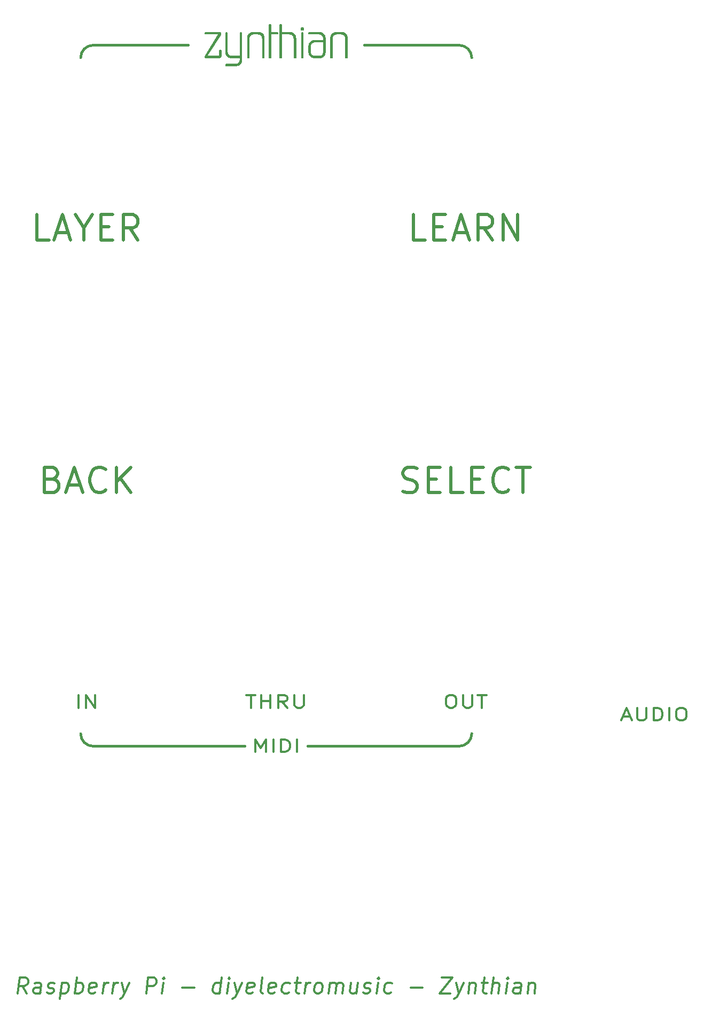
<source format=gbr>
%TF.GenerationSoftware,KiCad,Pcbnew,7.0.9*%
%TF.CreationDate,2024-02-29T19:14:21+00:00*%
%TF.ProjectId,Rpi-Zynthian-Panel,5270692d-5a79-46e7-9468-69616e2d5061,rev?*%
%TF.SameCoordinates,Original*%
%TF.FileFunction,Legend,Top*%
%TF.FilePolarity,Positive*%
%FSLAX46Y46*%
G04 Gerber Fmt 4.6, Leading zero omitted, Abs format (unit mm)*
G04 Created by KiCad (PCBNEW 7.0.9) date 2024-02-29 19:14:21*
%MOMM*%
%LPD*%
G01*
G04 APERTURE LIST*
%ADD10C,0.400000*%
%ADD11C,0.300000*%
%ADD12C,0.138000*%
%ADD13C,0.500000*%
G04 APERTURE END LIST*
D10*
X111000000Y-98000000D02*
G75*
G03*
X109000000Y-96000000I-2000000J0D01*
G01*
X51000000Y-96000000D02*
G75*
G03*
X49000000Y-98000000I0J-2000000D01*
G01*
X109000000Y-96000000D02*
X94000000Y-96000000D01*
X66000000Y-96000000D02*
X51000000Y-96000000D01*
X109000000Y-207000000D02*
G75*
G03*
X111000000Y-205000000I0J2000000D01*
G01*
X109000000Y-207000000D02*
X85000000Y-207000000D01*
X49000000Y-205000000D02*
G75*
G03*
X51000000Y-207000000I2000000J0D01*
G01*
X75000000Y-207000000D02*
X51000000Y-207000000D01*
D11*
X76726191Y-207909638D02*
X76726191Y-205909638D01*
X76726191Y-205909638D02*
X77559524Y-207338209D01*
X77559524Y-207338209D02*
X78392857Y-205909638D01*
X78392857Y-205909638D02*
X78392857Y-207909638D01*
X79583334Y-207909638D02*
X79583334Y-205909638D01*
X80773810Y-207909638D02*
X80773810Y-205909638D01*
X80773810Y-205909638D02*
X81369048Y-205909638D01*
X81369048Y-205909638D02*
X81726191Y-206004876D01*
X81726191Y-206004876D02*
X81964286Y-206195352D01*
X81964286Y-206195352D02*
X82083333Y-206385828D01*
X82083333Y-206385828D02*
X82202381Y-206766780D01*
X82202381Y-206766780D02*
X82202381Y-207052495D01*
X82202381Y-207052495D02*
X82083333Y-207433447D01*
X82083333Y-207433447D02*
X81964286Y-207623923D01*
X81964286Y-207623923D02*
X81726191Y-207814400D01*
X81726191Y-207814400D02*
X81369048Y-207909638D01*
X81369048Y-207909638D02*
X80773810Y-207909638D01*
X83273810Y-207909638D02*
X83273810Y-205909638D01*
D12*
X79178940Y-93974695D02*
X80251755Y-93974695D01*
X80251755Y-94213816D01*
X79178940Y-94213816D01*
X79178940Y-97994810D01*
X78930756Y-97994810D01*
X78930756Y-92754946D01*
X79178940Y-92754946D01*
X79178940Y-93974695D01*
G36*
X79178940Y-93974695D02*
G01*
X80251755Y-93974695D01*
X80251755Y-94213816D01*
X79178940Y-94213816D01*
X79178940Y-97994810D01*
X78930756Y-97994810D01*
X78930756Y-92754946D01*
X79178940Y-92754946D01*
X79178940Y-93974695D01*
G37*
X72233612Y-96968264D02*
X72234695Y-97020701D01*
X72237928Y-97071043D01*
X72243289Y-97119356D01*
X72250755Y-97165708D01*
X72260302Y-97210165D01*
X72271908Y-97252795D01*
X72285551Y-97293665D01*
X72301207Y-97332841D01*
X72318853Y-97370392D01*
X72338466Y-97406384D01*
X72360025Y-97440884D01*
X72383505Y-97473959D01*
X72408884Y-97505677D01*
X72436139Y-97536104D01*
X72465247Y-97565308D01*
X72496185Y-97593355D01*
X72523766Y-97614432D01*
X72551716Y-97634225D01*
X72580213Y-97652725D01*
X72609439Y-97669919D01*
X72639574Y-97685799D01*
X72670798Y-97700352D01*
X72703291Y-97713570D01*
X72737234Y-97725441D01*
X72772807Y-97735955D01*
X72810190Y-97745101D01*
X72849563Y-97752869D01*
X72891107Y-97759248D01*
X72935002Y-97764228D01*
X72981429Y-97767798D01*
X73030566Y-97769947D01*
X73082596Y-97770666D01*
X74292343Y-97770666D01*
X74292343Y-93974688D01*
X74523865Y-93974688D01*
X74523865Y-98257238D01*
X74522761Y-98314386D01*
X74519463Y-98370065D01*
X74513995Y-98424253D01*
X74506379Y-98476926D01*
X74496637Y-98528062D01*
X74484792Y-98577638D01*
X74470867Y-98625632D01*
X74454884Y-98672022D01*
X74436866Y-98716784D01*
X74416835Y-98759896D01*
X74394814Y-98801335D01*
X74370825Y-98841078D01*
X74344892Y-98879104D01*
X74317036Y-98915389D01*
X74287280Y-98949910D01*
X74255648Y-98982646D01*
X74222160Y-99013573D01*
X74186841Y-99042669D01*
X74149712Y-99069911D01*
X74110796Y-99095276D01*
X74070116Y-99118743D01*
X74027695Y-99140287D01*
X73983554Y-99159887D01*
X73937716Y-99177520D01*
X73890205Y-99193164D01*
X73841042Y-99206795D01*
X73790250Y-99218391D01*
X73737852Y-99227929D01*
X73683871Y-99235388D01*
X73628328Y-99240743D01*
X73571247Y-99243973D01*
X73512650Y-99245054D01*
X72017456Y-99245054D01*
X72017456Y-99005636D01*
X73520401Y-99005636D01*
X73577288Y-99005166D01*
X73629502Y-99003681D01*
X73677439Y-99001066D01*
X73721495Y-98997209D01*
X73762066Y-98991997D01*
X73799547Y-98985316D01*
X73834334Y-98977053D01*
X73866823Y-98967095D01*
X73897410Y-98955327D01*
X73926490Y-98941638D01*
X73954459Y-98925914D01*
X73981713Y-98908040D01*
X74008648Y-98887905D01*
X74035658Y-98865395D01*
X74063141Y-98840396D01*
X74091492Y-98812796D01*
X74119175Y-98785371D01*
X74144422Y-98757970D01*
X74167324Y-98730435D01*
X74187969Y-98702607D01*
X74206447Y-98674327D01*
X74222849Y-98645435D01*
X74237263Y-98615774D01*
X74249779Y-98585184D01*
X74260487Y-98553507D01*
X74269476Y-98520583D01*
X74276837Y-98486254D01*
X74282658Y-98450361D01*
X74287030Y-98412744D01*
X74290041Y-98373247D01*
X74291783Y-98331708D01*
X74292343Y-98287970D01*
X74292343Y-97994803D01*
X73082596Y-97994803D01*
X73015370Y-97994153D01*
X72952345Y-97992135D01*
X72893204Y-97988648D01*
X72837632Y-97983589D01*
X72785311Y-97976856D01*
X72735925Y-97968347D01*
X72689159Y-97957962D01*
X72644695Y-97945596D01*
X72602218Y-97931150D01*
X72561412Y-97914519D01*
X72521959Y-97895604D01*
X72483545Y-97874301D01*
X72445852Y-97850509D01*
X72408564Y-97824126D01*
X72371365Y-97795049D01*
X72333939Y-97763178D01*
X72294796Y-97725043D01*
X72258336Y-97685900D01*
X72224539Y-97645634D01*
X72193381Y-97604132D01*
X72164842Y-97561280D01*
X72138898Y-97516964D01*
X72115529Y-97471070D01*
X72094713Y-97423485D01*
X72076428Y-97374095D01*
X72060651Y-97322786D01*
X72047362Y-97269444D01*
X72036537Y-97213956D01*
X72028157Y-97156208D01*
X72022197Y-97096085D01*
X72018638Y-97033475D01*
X72017456Y-96968264D01*
X72017456Y-93974688D01*
X72233612Y-93974688D01*
X72233612Y-96968264D01*
G36*
X72233612Y-96968264D02*
G01*
X72234695Y-97020701D01*
X72237928Y-97071043D01*
X72243289Y-97119356D01*
X72250755Y-97165708D01*
X72260302Y-97210165D01*
X72271908Y-97252795D01*
X72285551Y-97293665D01*
X72301207Y-97332841D01*
X72318853Y-97370392D01*
X72338466Y-97406384D01*
X72360025Y-97440884D01*
X72383505Y-97473959D01*
X72408884Y-97505677D01*
X72436139Y-97536104D01*
X72465247Y-97565308D01*
X72496185Y-97593355D01*
X72523766Y-97614432D01*
X72551716Y-97634225D01*
X72580213Y-97652725D01*
X72609439Y-97669919D01*
X72639574Y-97685799D01*
X72670798Y-97700352D01*
X72703291Y-97713570D01*
X72737234Y-97725441D01*
X72772807Y-97735955D01*
X72810190Y-97745101D01*
X72849563Y-97752869D01*
X72891107Y-97759248D01*
X72935002Y-97764228D01*
X72981429Y-97767798D01*
X73030566Y-97769947D01*
X73082596Y-97770666D01*
X74292343Y-97770666D01*
X74292343Y-93974688D01*
X74523865Y-93974688D01*
X74523865Y-98257238D01*
X74522761Y-98314386D01*
X74519463Y-98370065D01*
X74513995Y-98424253D01*
X74506379Y-98476926D01*
X74496637Y-98528062D01*
X74484792Y-98577638D01*
X74470867Y-98625632D01*
X74454884Y-98672022D01*
X74436866Y-98716784D01*
X74416835Y-98759896D01*
X74394814Y-98801335D01*
X74370825Y-98841078D01*
X74344892Y-98879104D01*
X74317036Y-98915389D01*
X74287280Y-98949910D01*
X74255648Y-98982646D01*
X74222160Y-99013573D01*
X74186841Y-99042669D01*
X74149712Y-99069911D01*
X74110796Y-99095276D01*
X74070116Y-99118743D01*
X74027695Y-99140287D01*
X73983554Y-99159887D01*
X73937716Y-99177520D01*
X73890205Y-99193164D01*
X73841042Y-99206795D01*
X73790250Y-99218391D01*
X73737852Y-99227929D01*
X73683871Y-99235388D01*
X73628328Y-99240743D01*
X73571247Y-99243973D01*
X73512650Y-99245054D01*
X72017456Y-99245054D01*
X72017456Y-99005636D01*
X73520401Y-99005636D01*
X73577288Y-99005166D01*
X73629502Y-99003681D01*
X73677439Y-99001066D01*
X73721495Y-98997209D01*
X73762066Y-98991997D01*
X73799547Y-98985316D01*
X73834334Y-98977053D01*
X73866823Y-98967095D01*
X73897410Y-98955327D01*
X73926490Y-98941638D01*
X73954459Y-98925914D01*
X73981713Y-98908040D01*
X74008648Y-98887905D01*
X74035658Y-98865395D01*
X74063141Y-98840396D01*
X74091492Y-98812796D01*
X74119175Y-98785371D01*
X74144422Y-98757970D01*
X74167324Y-98730435D01*
X74187969Y-98702607D01*
X74206447Y-98674327D01*
X74222849Y-98645435D01*
X74237263Y-98615774D01*
X74249779Y-98585184D01*
X74260487Y-98553507D01*
X74269476Y-98520583D01*
X74276837Y-98486254D01*
X74282658Y-98450361D01*
X74287030Y-98412744D01*
X74290041Y-98373247D01*
X74291783Y-98331708D01*
X74292343Y-98287970D01*
X74292343Y-97994803D01*
X73082596Y-97994803D01*
X73015370Y-97994153D01*
X72952345Y-97992135D01*
X72893204Y-97988648D01*
X72837632Y-97983589D01*
X72785311Y-97976856D01*
X72735925Y-97968347D01*
X72689159Y-97957962D01*
X72644695Y-97945596D01*
X72602218Y-97931150D01*
X72561412Y-97914519D01*
X72521959Y-97895604D01*
X72483545Y-97874301D01*
X72445852Y-97850509D01*
X72408564Y-97824126D01*
X72371365Y-97795049D01*
X72333939Y-97763178D01*
X72294796Y-97725043D01*
X72258336Y-97685900D01*
X72224539Y-97645634D01*
X72193381Y-97604132D01*
X72164842Y-97561280D01*
X72138898Y-97516964D01*
X72115529Y-97471070D01*
X72094713Y-97423485D01*
X72076428Y-97374095D01*
X72060651Y-97322786D01*
X72047362Y-97269444D01*
X72036537Y-97213956D01*
X72028157Y-97156208D01*
X72022197Y-97096085D01*
X72018638Y-97033475D01*
X72017456Y-96968264D01*
X72017456Y-93974688D01*
X72233612Y-93974688D01*
X72233612Y-96968264D01*
G37*
X84158386Y-93208906D02*
X84168490Y-93209674D01*
X84178448Y-93210939D01*
X84188247Y-93212689D01*
X84197874Y-93214911D01*
X84207318Y-93217592D01*
X84216564Y-93220720D01*
X84225602Y-93224283D01*
X84234418Y-93228267D01*
X84242999Y-93232662D01*
X84251334Y-93237453D01*
X84259410Y-93242629D01*
X84267214Y-93248177D01*
X84274734Y-93254084D01*
X84281956Y-93260339D01*
X84288870Y-93266928D01*
X84295461Y-93273840D01*
X84301718Y-93281061D01*
X84307628Y-93288579D01*
X84313179Y-93296382D01*
X84318358Y-93304457D01*
X84323151Y-93312792D01*
X84327548Y-93321374D01*
X84331536Y-93330191D01*
X84335101Y-93339230D01*
X84338231Y-93348479D01*
X84340914Y-93357925D01*
X84343138Y-93367556D01*
X84344889Y-93377360D01*
X84346155Y-93387323D01*
X84346924Y-93397433D01*
X84347183Y-93407679D01*
X84346924Y-93417924D01*
X84346155Y-93428035D01*
X84344889Y-93437999D01*
X84343138Y-93447803D01*
X84340914Y-93457435D01*
X84338231Y-93466882D01*
X84335101Y-93476132D01*
X84331536Y-93485172D01*
X84327548Y-93493990D01*
X84323151Y-93502574D01*
X84318358Y-93510911D01*
X84313179Y-93518987D01*
X84307628Y-93526792D01*
X84301718Y-93534312D01*
X84295461Y-93541535D01*
X84288870Y-93548448D01*
X84281956Y-93555039D01*
X84274734Y-93561296D01*
X84267214Y-93567205D01*
X84259410Y-93572755D01*
X84251334Y-93577932D01*
X84242999Y-93582725D01*
X84234418Y-93587121D01*
X84225602Y-93591107D01*
X84216564Y-93594671D01*
X84207318Y-93597800D01*
X84197874Y-93600482D01*
X84188247Y-93602705D01*
X84178448Y-93604455D01*
X84168490Y-93605721D01*
X84158386Y-93606490D01*
X84148148Y-93606749D01*
X84137907Y-93606490D01*
X84127800Y-93605721D01*
X84117839Y-93604455D01*
X84108038Y-93602705D01*
X84098409Y-93600482D01*
X84088963Y-93597800D01*
X84079715Y-93594671D01*
X84070676Y-93591107D01*
X84061858Y-93587121D01*
X84053275Y-93582725D01*
X84044939Y-93577932D01*
X84036862Y-93572755D01*
X84029057Y-93567205D01*
X84021536Y-93561296D01*
X84014313Y-93555039D01*
X84007399Y-93548448D01*
X84000806Y-93541535D01*
X83994549Y-93534312D01*
X83988638Y-93526792D01*
X83983087Y-93518987D01*
X83977908Y-93510911D01*
X83973114Y-93502574D01*
X83968717Y-93493990D01*
X83964730Y-93485172D01*
X83961164Y-93476132D01*
X83958034Y-93466882D01*
X83955351Y-93457435D01*
X83953127Y-93447803D01*
X83951376Y-93437999D01*
X83950110Y-93428035D01*
X83949341Y-93417924D01*
X83949081Y-93407679D01*
X83949341Y-93397433D01*
X83950110Y-93387323D01*
X83951376Y-93377360D01*
X83953127Y-93367556D01*
X83955351Y-93357925D01*
X83958034Y-93348479D01*
X83961164Y-93339230D01*
X83964730Y-93330191D01*
X83968717Y-93321374D01*
X83973114Y-93312792D01*
X83977908Y-93304457D01*
X83983087Y-93296382D01*
X83988638Y-93288579D01*
X83994549Y-93281061D01*
X84000806Y-93273840D01*
X84007399Y-93266928D01*
X84014313Y-93260339D01*
X84021536Y-93254084D01*
X84029057Y-93248177D01*
X84036862Y-93242629D01*
X84044939Y-93237453D01*
X84053275Y-93232662D01*
X84061858Y-93228267D01*
X84070676Y-93224283D01*
X84079715Y-93220720D01*
X84088963Y-93217592D01*
X84098409Y-93214911D01*
X84108038Y-93212689D01*
X84117839Y-93210939D01*
X84127800Y-93209674D01*
X84137907Y-93208906D01*
X84148148Y-93208647D01*
X84158386Y-93208906D01*
G36*
X84158386Y-93208906D02*
G01*
X84168490Y-93209674D01*
X84178448Y-93210939D01*
X84188247Y-93212689D01*
X84197874Y-93214911D01*
X84207318Y-93217592D01*
X84216564Y-93220720D01*
X84225602Y-93224283D01*
X84234418Y-93228267D01*
X84242999Y-93232662D01*
X84251334Y-93237453D01*
X84259410Y-93242629D01*
X84267214Y-93248177D01*
X84274734Y-93254084D01*
X84281956Y-93260339D01*
X84288870Y-93266928D01*
X84295461Y-93273840D01*
X84301718Y-93281061D01*
X84307628Y-93288579D01*
X84313179Y-93296382D01*
X84318358Y-93304457D01*
X84323151Y-93312792D01*
X84327548Y-93321374D01*
X84331536Y-93330191D01*
X84335101Y-93339230D01*
X84338231Y-93348479D01*
X84340914Y-93357925D01*
X84343138Y-93367556D01*
X84344889Y-93377360D01*
X84346155Y-93387323D01*
X84346924Y-93397433D01*
X84347183Y-93407679D01*
X84346924Y-93417924D01*
X84346155Y-93428035D01*
X84344889Y-93437999D01*
X84343138Y-93447803D01*
X84340914Y-93457435D01*
X84338231Y-93466882D01*
X84335101Y-93476132D01*
X84331536Y-93485172D01*
X84327548Y-93493990D01*
X84323151Y-93502574D01*
X84318358Y-93510911D01*
X84313179Y-93518987D01*
X84307628Y-93526792D01*
X84301718Y-93534312D01*
X84295461Y-93541535D01*
X84288870Y-93548448D01*
X84281956Y-93555039D01*
X84274734Y-93561296D01*
X84267214Y-93567205D01*
X84259410Y-93572755D01*
X84251334Y-93577932D01*
X84242999Y-93582725D01*
X84234418Y-93587121D01*
X84225602Y-93591107D01*
X84216564Y-93594671D01*
X84207318Y-93597800D01*
X84197874Y-93600482D01*
X84188247Y-93602705D01*
X84178448Y-93604455D01*
X84168490Y-93605721D01*
X84158386Y-93606490D01*
X84148148Y-93606749D01*
X84137907Y-93606490D01*
X84127800Y-93605721D01*
X84117839Y-93604455D01*
X84108038Y-93602705D01*
X84098409Y-93600482D01*
X84088963Y-93597800D01*
X84079715Y-93594671D01*
X84070676Y-93591107D01*
X84061858Y-93587121D01*
X84053275Y-93582725D01*
X84044939Y-93577932D01*
X84036862Y-93572755D01*
X84029057Y-93567205D01*
X84021536Y-93561296D01*
X84014313Y-93555039D01*
X84007399Y-93548448D01*
X84000806Y-93541535D01*
X83994549Y-93534312D01*
X83988638Y-93526792D01*
X83983087Y-93518987D01*
X83977908Y-93510911D01*
X83973114Y-93502574D01*
X83968717Y-93493990D01*
X83964730Y-93485172D01*
X83961164Y-93476132D01*
X83958034Y-93466882D01*
X83955351Y-93457435D01*
X83953127Y-93447803D01*
X83951376Y-93437999D01*
X83950110Y-93428035D01*
X83949341Y-93417924D01*
X83949081Y-93407679D01*
X83949341Y-93397433D01*
X83950110Y-93387323D01*
X83951376Y-93377360D01*
X83953127Y-93367556D01*
X83955351Y-93357925D01*
X83958034Y-93348479D01*
X83961164Y-93339230D01*
X83964730Y-93330191D01*
X83968717Y-93321374D01*
X83973114Y-93312792D01*
X83977908Y-93304457D01*
X83983087Y-93296382D01*
X83988638Y-93288579D01*
X83994549Y-93281061D01*
X84000806Y-93273840D01*
X84007399Y-93266928D01*
X84014313Y-93260339D01*
X84021536Y-93254084D01*
X84029057Y-93248177D01*
X84036862Y-93242629D01*
X84044939Y-93237453D01*
X84053275Y-93232662D01*
X84061858Y-93228267D01*
X84070676Y-93224283D01*
X84079715Y-93220720D01*
X84088963Y-93217592D01*
X84098409Y-93214911D01*
X84108038Y-93212689D01*
X84117839Y-93210939D01*
X84127800Y-93209674D01*
X84137907Y-93208906D01*
X84148148Y-93208647D01*
X84158386Y-93208906D01*
G37*
X86744104Y-93978859D02*
X86875268Y-93991339D01*
X86937449Y-94000699D01*
X86997362Y-94012139D01*
X87055004Y-94025659D01*
X87110375Y-94041259D01*
X87163472Y-94058939D01*
X87214295Y-94078700D01*
X87262843Y-94100541D01*
X87309113Y-94124462D01*
X87353104Y-94150463D01*
X87394815Y-94178545D01*
X87434245Y-94208708D01*
X87471392Y-94240950D01*
X87506254Y-94275273D01*
X87538831Y-94311677D01*
X87569121Y-94350161D01*
X87597122Y-94390726D01*
X87622833Y-94433371D01*
X87646253Y-94478097D01*
X87667380Y-94524904D01*
X87686213Y-94573791D01*
X87702751Y-94624760D01*
X87716991Y-94677809D01*
X87728933Y-94732938D01*
X87738576Y-94790149D01*
X87745917Y-94849440D01*
X87750956Y-94910813D01*
X87753691Y-94974266D01*
X87754120Y-95039801D01*
X87754120Y-96968271D01*
X87753384Y-97035424D01*
X87751132Y-97098188D01*
X87747297Y-97156879D01*
X87741809Y-97211815D01*
X87734603Y-97263313D01*
X87725611Y-97311691D01*
X87714764Y-97357266D01*
X87701996Y-97400355D01*
X87687239Y-97441276D01*
X87670425Y-97480346D01*
X87651486Y-97517882D01*
X87630356Y-97554202D01*
X87606967Y-97589623D01*
X87581251Y-97624461D01*
X87553140Y-97659036D01*
X87522568Y-97693663D01*
X87488831Y-97730094D01*
X87454063Y-97764183D01*
X87418138Y-97795926D01*
X87380933Y-97825325D01*
X87342322Y-97852377D01*
X87302182Y-97877081D01*
X87260388Y-97899438D01*
X87216816Y-97919445D01*
X87171341Y-97937102D01*
X87123838Y-97952407D01*
X87074183Y-97965361D01*
X87022252Y-97975961D01*
X86967920Y-97984208D01*
X86911063Y-97990100D01*
X86851557Y-97993635D01*
X86789276Y-97994814D01*
X86209900Y-97994814D01*
X86186722Y-97994467D01*
X86163549Y-97993486D01*
X86140378Y-97991961D01*
X86117208Y-97989982D01*
X86094038Y-97987639D01*
X86070865Y-97985023D01*
X86024506Y-97979330D01*
X85975283Y-97970519D01*
X85927471Y-97960065D01*
X85881079Y-97947994D01*
X85836118Y-97934337D01*
X85792598Y-97919120D01*
X85750529Y-97902373D01*
X85709919Y-97884123D01*
X85670781Y-97864398D01*
X85633122Y-97843227D01*
X85596955Y-97820638D01*
X85562287Y-97796659D01*
X85529130Y-97771318D01*
X85497493Y-97744643D01*
X85467387Y-97716663D01*
X85438820Y-97687406D01*
X85411804Y-97656900D01*
X85386348Y-97625173D01*
X85362462Y-97592254D01*
X85340157Y-97558170D01*
X85319441Y-97522949D01*
X85300325Y-97486621D01*
X85282819Y-97449213D01*
X85266933Y-97410753D01*
X85252677Y-97371270D01*
X85240061Y-97330791D01*
X85229095Y-97289345D01*
X85219789Y-97246961D01*
X85212152Y-97203665D01*
X85206195Y-97159487D01*
X85201927Y-97114455D01*
X85199360Y-97068597D01*
X85198502Y-97021940D01*
X85198502Y-97006765D01*
X85414566Y-97006765D01*
X85416931Y-97085554D01*
X85424077Y-97159874D01*
X85429469Y-97195377D01*
X85436085Y-97229784D01*
X85443938Y-97263102D01*
X85453035Y-97295340D01*
X85463388Y-97326503D01*
X85475006Y-97356599D01*
X85487899Y-97385635D01*
X85502077Y-97413618D01*
X85517550Y-97440556D01*
X85534329Y-97466455D01*
X85552422Y-97491323D01*
X85571840Y-97515166D01*
X85592593Y-97537993D01*
X85614691Y-97559809D01*
X85638144Y-97580623D01*
X85662962Y-97600441D01*
X85689154Y-97619270D01*
X85716731Y-97637118D01*
X85745702Y-97653991D01*
X85776078Y-97669898D01*
X85807869Y-97684844D01*
X85841084Y-97698837D01*
X85875734Y-97711885D01*
X85911828Y-97723994D01*
X85988389Y-97745424D01*
X86070847Y-97763186D01*
X86076785Y-97764504D01*
X86083070Y-97765659D01*
X86089680Y-97766659D01*
X86096591Y-97767517D01*
X86111220Y-97768849D01*
X86126770Y-97769741D01*
X86143052Y-97770283D01*
X86159879Y-97770561D01*
X86194412Y-97770678D01*
X86796768Y-97770678D01*
X86840301Y-97769888D01*
X86882559Y-97767527D01*
X86923535Y-97763605D01*
X86963221Y-97758135D01*
X87001611Y-97751127D01*
X87038697Y-97742592D01*
X87074474Y-97732542D01*
X87108933Y-97720988D01*
X87142067Y-97707942D01*
X87173871Y-97693415D01*
X87204336Y-97677418D01*
X87233455Y-97659962D01*
X87261223Y-97641059D01*
X87287631Y-97620719D01*
X87312673Y-97598955D01*
X87336342Y-97575778D01*
X87358630Y-97551199D01*
X87379531Y-97525228D01*
X87399038Y-97497879D01*
X87417144Y-97469161D01*
X87433841Y-97439086D01*
X87449124Y-97407666D01*
X87462984Y-97374911D01*
X87475414Y-97340833D01*
X87486409Y-97305444D01*
X87495960Y-97268754D01*
X87504061Y-97230775D01*
X87510705Y-97191519D01*
X87515884Y-97150996D01*
X87519593Y-97109217D01*
X87521823Y-97066195D01*
X87522568Y-97021940D01*
X87522568Y-95464335D01*
X86171097Y-95464335D01*
X86156316Y-95464683D01*
X86140894Y-95465668D01*
X86124925Y-95467199D01*
X86108498Y-95469185D01*
X86091704Y-95471534D01*
X86074636Y-95474156D01*
X86040039Y-95479857D01*
X86002921Y-95486234D01*
X85966851Y-95493779D01*
X85931839Y-95502486D01*
X85897892Y-95512347D01*
X85865019Y-95523356D01*
X85833229Y-95535505D01*
X85802530Y-95548787D01*
X85772931Y-95563196D01*
X85744439Y-95578723D01*
X85717065Y-95595363D01*
X85690815Y-95613107D01*
X85665700Y-95631950D01*
X85641726Y-95651884D01*
X85618904Y-95672901D01*
X85597240Y-95694995D01*
X85576744Y-95718159D01*
X85557424Y-95742386D01*
X85539290Y-95767668D01*
X85522348Y-95793999D01*
X85506608Y-95821372D01*
X85492079Y-95849779D01*
X85478768Y-95879213D01*
X85466684Y-95909668D01*
X85455837Y-95941136D01*
X85446233Y-95973610D01*
X85437883Y-96007084D01*
X85430794Y-96041550D01*
X85424975Y-96077000D01*
X85420434Y-96113429D01*
X85417180Y-96150829D01*
X85415221Y-96189193D01*
X85414566Y-96228514D01*
X85414566Y-97006765D01*
X85198502Y-97006765D01*
X85198502Y-96236235D01*
X85199605Y-96179746D01*
X85202898Y-96124641D01*
X85208354Y-96070946D01*
X85215946Y-96018690D01*
X85225646Y-95967898D01*
X85237428Y-95918597D01*
X85251266Y-95870815D01*
X85267131Y-95824577D01*
X85284998Y-95779912D01*
X85304840Y-95736845D01*
X85326630Y-95695404D01*
X85350340Y-95655615D01*
X85375944Y-95617506D01*
X85403415Y-95581103D01*
X85432727Y-95546432D01*
X85463852Y-95513522D01*
X85496763Y-95482398D01*
X85531435Y-95453087D01*
X85567839Y-95425617D01*
X85605949Y-95400014D01*
X85645738Y-95376305D01*
X85687179Y-95354517D01*
X85730245Y-95334677D01*
X85774910Y-95316811D01*
X85821147Y-95300946D01*
X85868929Y-95287109D01*
X85918228Y-95275328D01*
X85969019Y-95265629D01*
X86021273Y-95258038D01*
X86074965Y-95252583D01*
X86130068Y-95249290D01*
X86186554Y-95248186D01*
X87522568Y-95248186D01*
X87522568Y-95001310D01*
X87521710Y-94954217D01*
X87519149Y-94908490D01*
X87514899Y-94864137D01*
X87508977Y-94821167D01*
X87501397Y-94779588D01*
X87492176Y-94739409D01*
X87481328Y-94700638D01*
X87468871Y-94663284D01*
X87454819Y-94627355D01*
X87439188Y-94592860D01*
X87421994Y-94559807D01*
X87403252Y-94528205D01*
X87382979Y-94498061D01*
X87361188Y-94469385D01*
X87337898Y-94442185D01*
X87313122Y-94416470D01*
X87286877Y-94392247D01*
X87259178Y-94369526D01*
X87230040Y-94348314D01*
X87199481Y-94328621D01*
X87167514Y-94310455D01*
X87134157Y-94293824D01*
X87099424Y-94278737D01*
X87063331Y-94265202D01*
X87025893Y-94253227D01*
X86987128Y-94242822D01*
X86947049Y-94233994D01*
X86905673Y-94226753D01*
X86863015Y-94221105D01*
X86819091Y-94217061D01*
X86773917Y-94214629D01*
X86727509Y-94213816D01*
X85198502Y-94213816D01*
X85198502Y-93974699D01*
X86603882Y-93974699D01*
X86744104Y-93978859D01*
G36*
X86744104Y-93978859D02*
G01*
X86875268Y-93991339D01*
X86937449Y-94000699D01*
X86997362Y-94012139D01*
X87055004Y-94025659D01*
X87110375Y-94041259D01*
X87163472Y-94058939D01*
X87214295Y-94078700D01*
X87262843Y-94100541D01*
X87309113Y-94124462D01*
X87353104Y-94150463D01*
X87394815Y-94178545D01*
X87434245Y-94208708D01*
X87471392Y-94240950D01*
X87506254Y-94275273D01*
X87538831Y-94311677D01*
X87569121Y-94350161D01*
X87597122Y-94390726D01*
X87622833Y-94433371D01*
X87646253Y-94478097D01*
X87667380Y-94524904D01*
X87686213Y-94573791D01*
X87702751Y-94624760D01*
X87716991Y-94677809D01*
X87728933Y-94732938D01*
X87738576Y-94790149D01*
X87745917Y-94849440D01*
X87750956Y-94910813D01*
X87753691Y-94974266D01*
X87754120Y-95039801D01*
X87754120Y-96968271D01*
X87753384Y-97035424D01*
X87751132Y-97098188D01*
X87747297Y-97156879D01*
X87741809Y-97211815D01*
X87734603Y-97263313D01*
X87725611Y-97311691D01*
X87714764Y-97357266D01*
X87701996Y-97400355D01*
X87687239Y-97441276D01*
X87670425Y-97480346D01*
X87651486Y-97517882D01*
X87630356Y-97554202D01*
X87606967Y-97589623D01*
X87581251Y-97624461D01*
X87553140Y-97659036D01*
X87522568Y-97693663D01*
X87488831Y-97730094D01*
X87454063Y-97764183D01*
X87418138Y-97795926D01*
X87380933Y-97825325D01*
X87342322Y-97852377D01*
X87302182Y-97877081D01*
X87260388Y-97899438D01*
X87216816Y-97919445D01*
X87171341Y-97937102D01*
X87123838Y-97952407D01*
X87074183Y-97965361D01*
X87022252Y-97975961D01*
X86967920Y-97984208D01*
X86911063Y-97990100D01*
X86851557Y-97993635D01*
X86789276Y-97994814D01*
X86209900Y-97994814D01*
X86186722Y-97994467D01*
X86163549Y-97993486D01*
X86140378Y-97991961D01*
X86117208Y-97989982D01*
X86094038Y-97987639D01*
X86070865Y-97985023D01*
X86024506Y-97979330D01*
X85975283Y-97970519D01*
X85927471Y-97960065D01*
X85881079Y-97947994D01*
X85836118Y-97934337D01*
X85792598Y-97919120D01*
X85750529Y-97902373D01*
X85709919Y-97884123D01*
X85670781Y-97864398D01*
X85633122Y-97843227D01*
X85596955Y-97820638D01*
X85562287Y-97796659D01*
X85529130Y-97771318D01*
X85497493Y-97744643D01*
X85467387Y-97716663D01*
X85438820Y-97687406D01*
X85411804Y-97656900D01*
X85386348Y-97625173D01*
X85362462Y-97592254D01*
X85340157Y-97558170D01*
X85319441Y-97522949D01*
X85300325Y-97486621D01*
X85282819Y-97449213D01*
X85266933Y-97410753D01*
X85252677Y-97371270D01*
X85240061Y-97330791D01*
X85229095Y-97289345D01*
X85219789Y-97246961D01*
X85212152Y-97203665D01*
X85206195Y-97159487D01*
X85201927Y-97114455D01*
X85199360Y-97068597D01*
X85198502Y-97021940D01*
X85198502Y-97006765D01*
X85414566Y-97006765D01*
X85416931Y-97085554D01*
X85424077Y-97159874D01*
X85429469Y-97195377D01*
X85436085Y-97229784D01*
X85443938Y-97263102D01*
X85453035Y-97295340D01*
X85463388Y-97326503D01*
X85475006Y-97356599D01*
X85487899Y-97385635D01*
X85502077Y-97413618D01*
X85517550Y-97440556D01*
X85534329Y-97466455D01*
X85552422Y-97491323D01*
X85571840Y-97515166D01*
X85592593Y-97537993D01*
X85614691Y-97559809D01*
X85638144Y-97580623D01*
X85662962Y-97600441D01*
X85689154Y-97619270D01*
X85716731Y-97637118D01*
X85745702Y-97653991D01*
X85776078Y-97669898D01*
X85807869Y-97684844D01*
X85841084Y-97698837D01*
X85875734Y-97711885D01*
X85911828Y-97723994D01*
X85988389Y-97745424D01*
X86070847Y-97763186D01*
X86076785Y-97764504D01*
X86083070Y-97765659D01*
X86089680Y-97766659D01*
X86096591Y-97767517D01*
X86111220Y-97768849D01*
X86126770Y-97769741D01*
X86143052Y-97770283D01*
X86159879Y-97770561D01*
X86194412Y-97770678D01*
X86796768Y-97770678D01*
X86840301Y-97769888D01*
X86882559Y-97767527D01*
X86923535Y-97763605D01*
X86963221Y-97758135D01*
X87001611Y-97751127D01*
X87038697Y-97742592D01*
X87074474Y-97732542D01*
X87108933Y-97720988D01*
X87142067Y-97707942D01*
X87173871Y-97693415D01*
X87204336Y-97677418D01*
X87233455Y-97659962D01*
X87261223Y-97641059D01*
X87287631Y-97620719D01*
X87312673Y-97598955D01*
X87336342Y-97575778D01*
X87358630Y-97551199D01*
X87379531Y-97525228D01*
X87399038Y-97497879D01*
X87417144Y-97469161D01*
X87433841Y-97439086D01*
X87449124Y-97407666D01*
X87462984Y-97374911D01*
X87475414Y-97340833D01*
X87486409Y-97305444D01*
X87495960Y-97268754D01*
X87504061Y-97230775D01*
X87510705Y-97191519D01*
X87515884Y-97150996D01*
X87519593Y-97109217D01*
X87521823Y-97066195D01*
X87522568Y-97021940D01*
X87522568Y-95464335D01*
X86171097Y-95464335D01*
X86156316Y-95464683D01*
X86140894Y-95465668D01*
X86124925Y-95467199D01*
X86108498Y-95469185D01*
X86091704Y-95471534D01*
X86074636Y-95474156D01*
X86040039Y-95479857D01*
X86002921Y-95486234D01*
X85966851Y-95493779D01*
X85931839Y-95502486D01*
X85897892Y-95512347D01*
X85865019Y-95523356D01*
X85833229Y-95535505D01*
X85802530Y-95548787D01*
X85772931Y-95563196D01*
X85744439Y-95578723D01*
X85717065Y-95595363D01*
X85690815Y-95613107D01*
X85665700Y-95631950D01*
X85641726Y-95651884D01*
X85618904Y-95672901D01*
X85597240Y-95694995D01*
X85576744Y-95718159D01*
X85557424Y-95742386D01*
X85539290Y-95767668D01*
X85522348Y-95793999D01*
X85506608Y-95821372D01*
X85492079Y-95849779D01*
X85478768Y-95879213D01*
X85466684Y-95909668D01*
X85455837Y-95941136D01*
X85446233Y-95973610D01*
X85437883Y-96007084D01*
X85430794Y-96041550D01*
X85424975Y-96077000D01*
X85420434Y-96113429D01*
X85417180Y-96150829D01*
X85415221Y-96189193D01*
X85414566Y-96228514D01*
X85414566Y-97006765D01*
X85198502Y-97006765D01*
X85198502Y-96236235D01*
X85199605Y-96179746D01*
X85202898Y-96124641D01*
X85208354Y-96070946D01*
X85215946Y-96018690D01*
X85225646Y-95967898D01*
X85237428Y-95918597D01*
X85251266Y-95870815D01*
X85267131Y-95824577D01*
X85284998Y-95779912D01*
X85304840Y-95736845D01*
X85326630Y-95695404D01*
X85350340Y-95655615D01*
X85375944Y-95617506D01*
X85403415Y-95581103D01*
X85432727Y-95546432D01*
X85463852Y-95513522D01*
X85496763Y-95482398D01*
X85531435Y-95453087D01*
X85567839Y-95425617D01*
X85605949Y-95400014D01*
X85645738Y-95376305D01*
X85687179Y-95354517D01*
X85730245Y-95334677D01*
X85774910Y-95316811D01*
X85821147Y-95300946D01*
X85868929Y-95287109D01*
X85918228Y-95275328D01*
X85969019Y-95265629D01*
X86021273Y-95258038D01*
X86074965Y-95252583D01*
X86130068Y-95249290D01*
X86186554Y-95248186D01*
X87522568Y-95248186D01*
X87522568Y-95001310D01*
X87521710Y-94954217D01*
X87519149Y-94908490D01*
X87514899Y-94864137D01*
X87508977Y-94821167D01*
X87501397Y-94779588D01*
X87492176Y-94739409D01*
X87481328Y-94700638D01*
X87468871Y-94663284D01*
X87454819Y-94627355D01*
X87439188Y-94592860D01*
X87421994Y-94559807D01*
X87403252Y-94528205D01*
X87382979Y-94498061D01*
X87361188Y-94469385D01*
X87337898Y-94442185D01*
X87313122Y-94416470D01*
X87286877Y-94392247D01*
X87259178Y-94369526D01*
X87230040Y-94348314D01*
X87199481Y-94328621D01*
X87167514Y-94310455D01*
X87134157Y-94293824D01*
X87099424Y-94278737D01*
X87063331Y-94265202D01*
X87025893Y-94253227D01*
X86987128Y-94242822D01*
X86947049Y-94233994D01*
X86905673Y-94226753D01*
X86863015Y-94221105D01*
X86819091Y-94217061D01*
X86773917Y-94214629D01*
X86727509Y-94213816D01*
X85198502Y-94213816D01*
X85198502Y-93974699D01*
X86603882Y-93974699D01*
X86744104Y-93978859D01*
G37*
X77111934Y-93978329D02*
X77240182Y-93989247D01*
X77300610Y-93997457D01*
X77358599Y-94007511D01*
X77414166Y-94019417D01*
X77467330Y-94033181D01*
X77518110Y-94048810D01*
X77566523Y-94066312D01*
X77612588Y-94085694D01*
X77656323Y-94106962D01*
X77697747Y-94130124D01*
X77736877Y-94155187D01*
X77773732Y-94182158D01*
X77808331Y-94211045D01*
X77840690Y-94241854D01*
X77870830Y-94274592D01*
X77898768Y-94309267D01*
X77924522Y-94345885D01*
X77948111Y-94384455D01*
X77969553Y-94424982D01*
X77988865Y-94467475D01*
X78006068Y-94511939D01*
X78021178Y-94558383D01*
X78034214Y-94606813D01*
X78045194Y-94657237D01*
X78054137Y-94709662D01*
X78061061Y-94764094D01*
X78065984Y-94820541D01*
X78069901Y-94939509D01*
X78069901Y-97994818D01*
X77838196Y-97994818D01*
X77838196Y-94931749D01*
X77837358Y-94887587D01*
X77834845Y-94844825D01*
X77830655Y-94803466D01*
X77824786Y-94763507D01*
X77817238Y-94724950D01*
X77808009Y-94687795D01*
X77797097Y-94652041D01*
X77784502Y-94617688D01*
X77770222Y-94584738D01*
X77754256Y-94553189D01*
X77736602Y-94523042D01*
X77717259Y-94494296D01*
X77696226Y-94466953D01*
X77673501Y-94441011D01*
X77649084Y-94416471D01*
X77622972Y-94393333D01*
X77595165Y-94371597D01*
X77565662Y-94351263D01*
X77534460Y-94332331D01*
X77501558Y-94314802D01*
X77466956Y-94298674D01*
X77430652Y-94283948D01*
X77392645Y-94270625D01*
X77352933Y-94258704D01*
X77311515Y-94248186D01*
X77268389Y-94239069D01*
X77223555Y-94231356D01*
X77177011Y-94225044D01*
X77128756Y-94220135D01*
X77078788Y-94216629D01*
X77027106Y-94214525D01*
X76973709Y-94213823D01*
X76572266Y-94213823D01*
X76467062Y-94216629D01*
X76368564Y-94225044D01*
X76276782Y-94239069D01*
X76233414Y-94248186D01*
X76191730Y-94258704D01*
X76151730Y-94270625D01*
X76113416Y-94283948D01*
X76076790Y-94298674D01*
X76041853Y-94314802D01*
X76008607Y-94332331D01*
X75977053Y-94351263D01*
X75947192Y-94371597D01*
X75919025Y-94393333D01*
X75892555Y-94416471D01*
X75867783Y-94441011D01*
X75844709Y-94466953D01*
X75823336Y-94494296D01*
X75803664Y-94523042D01*
X75785696Y-94553189D01*
X75769432Y-94584738D01*
X75754874Y-94617688D01*
X75742024Y-94652041D01*
X75730882Y-94687795D01*
X75721451Y-94724950D01*
X75713731Y-94763507D01*
X75707725Y-94803466D01*
X75703432Y-94844825D01*
X75700856Y-94887587D01*
X75699997Y-94931749D01*
X75699997Y-97994818D01*
X75483841Y-97994818D01*
X75483841Y-94939509D01*
X75484860Y-94881062D01*
X75487923Y-94824383D01*
X75493037Y-94769480D01*
X75500213Y-94716356D01*
X75509458Y-94665018D01*
X75520780Y-94615471D01*
X75534189Y-94567722D01*
X75549692Y-94521775D01*
X75567298Y-94477637D01*
X75587016Y-94435314D01*
X75608854Y-94394810D01*
X75632821Y-94356131D01*
X75658925Y-94319285D01*
X75687175Y-94284275D01*
X75717578Y-94251107D01*
X75750145Y-94219788D01*
X75784883Y-94190323D01*
X75821800Y-94162718D01*
X75860905Y-94136978D01*
X75902207Y-94113110D01*
X75945715Y-94091118D01*
X75991436Y-94071008D01*
X76039379Y-94052787D01*
X76089552Y-94036460D01*
X76141965Y-94022032D01*
X76196626Y-94009509D01*
X76253542Y-93998898D01*
X76312724Y-93990203D01*
X76374178Y-93983430D01*
X76437914Y-93978585D01*
X76503941Y-93975675D01*
X76572266Y-93974703D01*
X76973709Y-93974703D01*
X77111934Y-93978329D01*
G36*
X77111934Y-93978329D02*
G01*
X77240182Y-93989247D01*
X77300610Y-93997457D01*
X77358599Y-94007511D01*
X77414166Y-94019417D01*
X77467330Y-94033181D01*
X77518110Y-94048810D01*
X77566523Y-94066312D01*
X77612588Y-94085694D01*
X77656323Y-94106962D01*
X77697747Y-94130124D01*
X77736877Y-94155187D01*
X77773732Y-94182158D01*
X77808331Y-94211045D01*
X77840690Y-94241854D01*
X77870830Y-94274592D01*
X77898768Y-94309267D01*
X77924522Y-94345885D01*
X77948111Y-94384455D01*
X77969553Y-94424982D01*
X77988865Y-94467475D01*
X78006068Y-94511939D01*
X78021178Y-94558383D01*
X78034214Y-94606813D01*
X78045194Y-94657237D01*
X78054137Y-94709662D01*
X78061061Y-94764094D01*
X78065984Y-94820541D01*
X78069901Y-94939509D01*
X78069901Y-97994818D01*
X77838196Y-97994818D01*
X77838196Y-94931749D01*
X77837358Y-94887587D01*
X77834845Y-94844825D01*
X77830655Y-94803466D01*
X77824786Y-94763507D01*
X77817238Y-94724950D01*
X77808009Y-94687795D01*
X77797097Y-94652041D01*
X77784502Y-94617688D01*
X77770222Y-94584738D01*
X77754256Y-94553189D01*
X77736602Y-94523042D01*
X77717259Y-94494296D01*
X77696226Y-94466953D01*
X77673501Y-94441011D01*
X77649084Y-94416471D01*
X77622972Y-94393333D01*
X77595165Y-94371597D01*
X77565662Y-94351263D01*
X77534460Y-94332331D01*
X77501558Y-94314802D01*
X77466956Y-94298674D01*
X77430652Y-94283948D01*
X77392645Y-94270625D01*
X77352933Y-94258704D01*
X77311515Y-94248186D01*
X77268389Y-94239069D01*
X77223555Y-94231356D01*
X77177011Y-94225044D01*
X77128756Y-94220135D01*
X77078788Y-94216629D01*
X77027106Y-94214525D01*
X76973709Y-94213823D01*
X76572266Y-94213823D01*
X76467062Y-94216629D01*
X76368564Y-94225044D01*
X76276782Y-94239069D01*
X76233414Y-94248186D01*
X76191730Y-94258704D01*
X76151730Y-94270625D01*
X76113416Y-94283948D01*
X76076790Y-94298674D01*
X76041853Y-94314802D01*
X76008607Y-94332331D01*
X75977053Y-94351263D01*
X75947192Y-94371597D01*
X75919025Y-94393333D01*
X75892555Y-94416471D01*
X75867783Y-94441011D01*
X75844709Y-94466953D01*
X75823336Y-94494296D01*
X75803664Y-94523042D01*
X75785696Y-94553189D01*
X75769432Y-94584738D01*
X75754874Y-94617688D01*
X75742024Y-94652041D01*
X75730882Y-94687795D01*
X75721451Y-94724950D01*
X75713731Y-94763507D01*
X75707725Y-94803466D01*
X75703432Y-94844825D01*
X75700856Y-94887587D01*
X75699997Y-94931749D01*
X75699997Y-97994818D01*
X75483841Y-97994818D01*
X75483841Y-94939509D01*
X75484860Y-94881062D01*
X75487923Y-94824383D01*
X75493037Y-94769480D01*
X75500213Y-94716356D01*
X75509458Y-94665018D01*
X75520780Y-94615471D01*
X75534189Y-94567722D01*
X75549692Y-94521775D01*
X75567298Y-94477637D01*
X75587016Y-94435314D01*
X75608854Y-94394810D01*
X75632821Y-94356131D01*
X75658925Y-94319285D01*
X75687175Y-94284275D01*
X75717578Y-94251107D01*
X75750145Y-94219788D01*
X75784883Y-94190323D01*
X75821800Y-94162718D01*
X75860905Y-94136978D01*
X75902207Y-94113110D01*
X75945715Y-94091118D01*
X75991436Y-94071008D01*
X76039379Y-94052787D01*
X76089552Y-94036460D01*
X76141965Y-94022032D01*
X76196626Y-94009509D01*
X76253542Y-93998898D01*
X76312724Y-93990203D01*
X76374178Y-93983430D01*
X76437914Y-93978585D01*
X76503941Y-93975675D01*
X76572266Y-93974703D01*
X76973709Y-93974703D01*
X77111934Y-93978329D01*
G37*
X90290945Y-93978329D02*
X90419201Y-93989247D01*
X90479632Y-93997457D01*
X90537622Y-94007511D01*
X90593191Y-94019417D01*
X90646357Y-94033181D01*
X90697137Y-94048810D01*
X90745551Y-94066312D01*
X90791616Y-94085694D01*
X90835351Y-94106962D01*
X90876774Y-94130124D01*
X90915903Y-94155187D01*
X90952757Y-94182158D01*
X90987354Y-94211045D01*
X91019713Y-94241854D01*
X91049851Y-94274592D01*
X91077787Y-94309267D01*
X91103539Y-94345885D01*
X91127126Y-94384455D01*
X91148566Y-94424982D01*
X91167877Y-94467475D01*
X91185077Y-94511939D01*
X91200186Y-94558383D01*
X91213220Y-94606813D01*
X91224199Y-94657237D01*
X91233141Y-94709662D01*
X91240063Y-94764094D01*
X91244986Y-94820541D01*
X91248901Y-94939509D01*
X91248901Y-97994818D01*
X91017197Y-97994818D01*
X91017197Y-94931749D01*
X91016360Y-94887587D01*
X91013850Y-94844825D01*
X91009665Y-94803466D01*
X91003804Y-94763507D01*
X90996264Y-94724950D01*
X90987044Y-94687795D01*
X90976143Y-94652041D01*
X90963559Y-94617688D01*
X90949291Y-94584738D01*
X90933337Y-94553189D01*
X90915695Y-94523042D01*
X90896364Y-94494296D01*
X90875343Y-94466953D01*
X90852630Y-94441011D01*
X90828224Y-94416471D01*
X90802122Y-94393333D01*
X90774324Y-94371597D01*
X90744827Y-94351263D01*
X90713631Y-94332331D01*
X90680734Y-94314802D01*
X90646133Y-94298674D01*
X90609829Y-94283948D01*
X90571819Y-94270625D01*
X90532101Y-94258704D01*
X90490674Y-94248186D01*
X90447537Y-94239069D01*
X90402688Y-94231356D01*
X90356126Y-94225044D01*
X90307848Y-94220135D01*
X90257854Y-94216629D01*
X90206142Y-94214525D01*
X90152710Y-94213823D01*
X89751541Y-94213823D01*
X89646305Y-94216629D01*
X89547784Y-94225044D01*
X89455989Y-94239069D01*
X89412616Y-94248186D01*
X89370929Y-94258704D01*
X89330928Y-94270625D01*
X89292614Y-94283948D01*
X89255990Y-94298674D01*
X89221056Y-94314802D01*
X89187814Y-94332331D01*
X89156265Y-94351263D01*
X89126409Y-94371597D01*
X89098249Y-94393333D01*
X89071786Y-94416471D01*
X89047021Y-94441011D01*
X89023955Y-94466953D01*
X89002590Y-94494296D01*
X88982927Y-94523042D01*
X88964966Y-94553189D01*
X88948711Y-94584738D01*
X88934160Y-94617688D01*
X88921317Y-94652041D01*
X88910182Y-94687795D01*
X88900757Y-94724950D01*
X88893042Y-94763507D01*
X88887040Y-94803466D01*
X88882751Y-94844825D01*
X88880177Y-94887587D01*
X88879318Y-94931749D01*
X88879318Y-97994818D01*
X88663086Y-97994818D01*
X88663086Y-94939509D01*
X88664105Y-94881062D01*
X88667167Y-94824383D01*
X88672281Y-94769480D01*
X88679456Y-94716356D01*
X88688700Y-94665018D01*
X88700021Y-94615471D01*
X88713429Y-94567722D01*
X88728931Y-94521775D01*
X88746536Y-94477637D01*
X88766253Y-94435314D01*
X88788090Y-94394810D01*
X88812056Y-94356131D01*
X88838159Y-94319285D01*
X88866407Y-94284275D01*
X88896811Y-94251107D01*
X88929377Y-94219788D01*
X88964114Y-94190323D01*
X89001031Y-94162718D01*
X89040137Y-94136978D01*
X89081440Y-94113110D01*
X89124948Y-94091118D01*
X89170670Y-94071008D01*
X89218615Y-94052787D01*
X89268791Y-94036460D01*
X89321206Y-94022032D01*
X89375870Y-94009509D01*
X89432791Y-93998898D01*
X89491976Y-93990203D01*
X89553435Y-93983430D01*
X89617177Y-93978585D01*
X89683209Y-93975675D01*
X89751541Y-93974703D01*
X90152710Y-93974703D01*
X90290945Y-93978329D01*
G36*
X90290945Y-93978329D02*
G01*
X90419201Y-93989247D01*
X90479632Y-93997457D01*
X90537622Y-94007511D01*
X90593191Y-94019417D01*
X90646357Y-94033181D01*
X90697137Y-94048810D01*
X90745551Y-94066312D01*
X90791616Y-94085694D01*
X90835351Y-94106962D01*
X90876774Y-94130124D01*
X90915903Y-94155187D01*
X90952757Y-94182158D01*
X90987354Y-94211045D01*
X91019713Y-94241854D01*
X91049851Y-94274592D01*
X91077787Y-94309267D01*
X91103539Y-94345885D01*
X91127126Y-94384455D01*
X91148566Y-94424982D01*
X91167877Y-94467475D01*
X91185077Y-94511939D01*
X91200186Y-94558383D01*
X91213220Y-94606813D01*
X91224199Y-94657237D01*
X91233141Y-94709662D01*
X91240063Y-94764094D01*
X91244986Y-94820541D01*
X91248901Y-94939509D01*
X91248901Y-97994818D01*
X91017197Y-97994818D01*
X91017197Y-94931749D01*
X91016360Y-94887587D01*
X91013850Y-94844825D01*
X91009665Y-94803466D01*
X91003804Y-94763507D01*
X90996264Y-94724950D01*
X90987044Y-94687795D01*
X90976143Y-94652041D01*
X90963559Y-94617688D01*
X90949291Y-94584738D01*
X90933337Y-94553189D01*
X90915695Y-94523042D01*
X90896364Y-94494296D01*
X90875343Y-94466953D01*
X90852630Y-94441011D01*
X90828224Y-94416471D01*
X90802122Y-94393333D01*
X90774324Y-94371597D01*
X90744827Y-94351263D01*
X90713631Y-94332331D01*
X90680734Y-94314802D01*
X90646133Y-94298674D01*
X90609829Y-94283948D01*
X90571819Y-94270625D01*
X90532101Y-94258704D01*
X90490674Y-94248186D01*
X90447537Y-94239069D01*
X90402688Y-94231356D01*
X90356126Y-94225044D01*
X90307848Y-94220135D01*
X90257854Y-94216629D01*
X90206142Y-94214525D01*
X90152710Y-94213823D01*
X89751541Y-94213823D01*
X89646305Y-94216629D01*
X89547784Y-94225044D01*
X89455989Y-94239069D01*
X89412616Y-94248186D01*
X89370929Y-94258704D01*
X89330928Y-94270625D01*
X89292614Y-94283948D01*
X89255990Y-94298674D01*
X89221056Y-94314802D01*
X89187814Y-94332331D01*
X89156265Y-94351263D01*
X89126409Y-94371597D01*
X89098249Y-94393333D01*
X89071786Y-94416471D01*
X89047021Y-94441011D01*
X89023955Y-94466953D01*
X89002590Y-94494296D01*
X88982927Y-94523042D01*
X88964966Y-94553189D01*
X88948711Y-94584738D01*
X88934160Y-94617688D01*
X88921317Y-94652041D01*
X88910182Y-94687795D01*
X88900757Y-94724950D01*
X88893042Y-94763507D01*
X88887040Y-94803466D01*
X88882751Y-94844825D01*
X88880177Y-94887587D01*
X88879318Y-94931749D01*
X88879318Y-97994818D01*
X88663086Y-97994818D01*
X88663086Y-94939509D01*
X88664105Y-94881062D01*
X88667167Y-94824383D01*
X88672281Y-94769480D01*
X88679456Y-94716356D01*
X88688700Y-94665018D01*
X88700021Y-94615471D01*
X88713429Y-94567722D01*
X88728931Y-94521775D01*
X88746536Y-94477637D01*
X88766253Y-94435314D01*
X88788090Y-94394810D01*
X88812056Y-94356131D01*
X88838159Y-94319285D01*
X88866407Y-94284275D01*
X88896811Y-94251107D01*
X88929377Y-94219788D01*
X88964114Y-94190323D01*
X89001031Y-94162718D01*
X89040137Y-94136978D01*
X89081440Y-94113110D01*
X89124948Y-94091118D01*
X89170670Y-94071008D01*
X89218615Y-94052787D01*
X89268791Y-94036460D01*
X89321206Y-94022032D01*
X89375870Y-94009509D01*
X89432791Y-93998898D01*
X89491976Y-93990203D01*
X89553435Y-93983430D01*
X89617177Y-93978585D01*
X89683209Y-93975675D01*
X89751541Y-93974703D01*
X90152710Y-93974703D01*
X90290945Y-93978329D01*
G37*
X80849716Y-93974703D02*
X81833008Y-93974703D01*
X81999800Y-93978369D01*
X82153035Y-93989563D01*
X82293101Y-94008580D01*
X82358315Y-94021113D01*
X82420382Y-94035713D01*
X82479348Y-94052416D01*
X82535263Y-94071258D01*
X82588175Y-94092277D01*
X82638132Y-94115508D01*
X82685182Y-94140990D01*
X82729373Y-94168758D01*
X82770754Y-94198850D01*
X82809372Y-94231303D01*
X82845276Y-94266152D01*
X82878515Y-94303436D01*
X82909136Y-94343190D01*
X82937187Y-94385452D01*
X82962718Y-94430258D01*
X82985775Y-94477645D01*
X83006408Y-94527650D01*
X83024664Y-94580310D01*
X83040592Y-94635661D01*
X83054239Y-94693741D01*
X83065655Y-94754585D01*
X83074887Y-94818232D01*
X83086993Y-94954077D01*
X83090942Y-95101572D01*
X83090942Y-97994818D01*
X82851898Y-97994818D01*
X82851898Y-95109369D01*
X82848882Y-94993743D01*
X82839706Y-94886965D01*
X82832748Y-94836834D01*
X82824177Y-94788843D01*
X82813970Y-94742968D01*
X82802102Y-94699185D01*
X82788550Y-94657470D01*
X82773290Y-94617800D01*
X82756297Y-94580150D01*
X82737547Y-94544497D01*
X82717016Y-94510816D01*
X82694681Y-94479084D01*
X82670516Y-94449276D01*
X82644499Y-94421369D01*
X82616604Y-94395339D01*
X82586809Y-94371162D01*
X82555088Y-94348813D01*
X82521418Y-94328270D01*
X82485775Y-94309508D01*
X82448134Y-94292502D01*
X82408472Y-94277230D01*
X82366764Y-94263667D01*
X82322986Y-94251790D01*
X82277115Y-94241573D01*
X82229126Y-94232994D01*
X82178996Y-94226029D01*
X82072213Y-94216843D01*
X81956573Y-94213823D01*
X80849716Y-94213823D01*
X80849716Y-97994818D01*
X80601654Y-97994818D01*
X80601654Y-92754953D01*
X80849716Y-92754953D01*
X80849716Y-93974703D01*
G36*
X80849716Y-93974703D02*
G01*
X81833008Y-93974703D01*
X81999800Y-93978369D01*
X82153035Y-93989563D01*
X82293101Y-94008580D01*
X82358315Y-94021113D01*
X82420382Y-94035713D01*
X82479348Y-94052416D01*
X82535263Y-94071258D01*
X82588175Y-94092277D01*
X82638132Y-94115508D01*
X82685182Y-94140990D01*
X82729373Y-94168758D01*
X82770754Y-94198850D01*
X82809372Y-94231303D01*
X82845276Y-94266152D01*
X82878515Y-94303436D01*
X82909136Y-94343190D01*
X82937187Y-94385452D01*
X82962718Y-94430258D01*
X82985775Y-94477645D01*
X83006408Y-94527650D01*
X83024664Y-94580310D01*
X83040592Y-94635661D01*
X83054239Y-94693741D01*
X83065655Y-94754585D01*
X83074887Y-94818232D01*
X83086993Y-94954077D01*
X83090942Y-95101572D01*
X83090942Y-97994818D01*
X82851898Y-97994818D01*
X82851898Y-95109369D01*
X82848882Y-94993743D01*
X82839706Y-94886965D01*
X82832748Y-94836834D01*
X82824177Y-94788843D01*
X82813970Y-94742968D01*
X82802102Y-94699185D01*
X82788550Y-94657470D01*
X82773290Y-94617800D01*
X82756297Y-94580150D01*
X82737547Y-94544497D01*
X82717016Y-94510816D01*
X82694681Y-94479084D01*
X82670516Y-94449276D01*
X82644499Y-94421369D01*
X82616604Y-94395339D01*
X82586809Y-94371162D01*
X82555088Y-94348813D01*
X82521418Y-94328270D01*
X82485775Y-94309508D01*
X82448134Y-94292502D01*
X82408472Y-94277230D01*
X82366764Y-94263667D01*
X82322986Y-94251790D01*
X82277115Y-94241573D01*
X82229126Y-94232994D01*
X82178996Y-94226029D01*
X82072213Y-94216843D01*
X81956573Y-94213823D01*
X80849716Y-94213823D01*
X80849716Y-97994818D01*
X80601654Y-97994818D01*
X80601654Y-92754953D01*
X80849716Y-92754953D01*
X80849716Y-93974703D01*
G37*
X71025886Y-93983047D02*
X71043473Y-93984730D01*
X71060334Y-93987481D01*
X71076457Y-93991259D01*
X71091830Y-93996021D01*
X71106441Y-94001724D01*
X71120278Y-94008325D01*
X71133331Y-94015783D01*
X71145585Y-94024054D01*
X71157031Y-94033095D01*
X71167656Y-94042864D01*
X71177449Y-94053318D01*
X71186397Y-94064415D01*
X71194488Y-94076111D01*
X71201712Y-94088365D01*
X71208056Y-94101133D01*
X71213507Y-94114373D01*
X71218056Y-94128042D01*
X71221689Y-94142097D01*
X71224395Y-94156497D01*
X71226162Y-94171197D01*
X71226978Y-94186156D01*
X71226832Y-94201330D01*
X71225712Y-94216678D01*
X71223605Y-94232155D01*
X71220500Y-94247721D01*
X71216385Y-94263332D01*
X71211249Y-94278945D01*
X71205080Y-94294517D01*
X71197865Y-94310007D01*
X71189593Y-94325371D01*
X71180252Y-94340567D01*
X69030685Y-97767389D01*
X70624924Y-97767389D01*
X70645711Y-97767300D01*
X70656151Y-97767088D01*
X70666611Y-97766676D01*
X70677085Y-97765996D01*
X70687567Y-97764982D01*
X70698050Y-97763566D01*
X70703289Y-97762687D01*
X70708527Y-97761683D01*
X70753517Y-97757884D01*
X70794618Y-97752719D01*
X70813759Y-97749603D01*
X70831985Y-97746121D01*
X70849316Y-97742263D01*
X70865772Y-97738023D01*
X70881372Y-97733392D01*
X70896135Y-97728361D01*
X70910080Y-97722922D01*
X70923228Y-97717067D01*
X70935596Y-97710788D01*
X70947206Y-97704076D01*
X70958075Y-97696923D01*
X70968224Y-97689321D01*
X70977671Y-97681261D01*
X70986436Y-97672736D01*
X70994539Y-97663737D01*
X71001998Y-97654256D01*
X71008834Y-97644284D01*
X71015065Y-97633813D01*
X71020711Y-97622836D01*
X71025791Y-97611343D01*
X71030325Y-97599326D01*
X71034331Y-97586778D01*
X71037830Y-97573690D01*
X71040841Y-97560053D01*
X71043382Y-97545859D01*
X71045474Y-97531101D01*
X71048386Y-97499857D01*
X71053864Y-97415995D01*
X71053864Y-96775084D01*
X71299179Y-96775084D01*
X71299179Y-97455130D01*
X71292934Y-97523245D01*
X71284490Y-97585597D01*
X71273611Y-97642430D01*
X71267184Y-97668853D01*
X71260060Y-97693988D01*
X71252209Y-97717866D01*
X71243601Y-97740517D01*
X71234207Y-97761972D01*
X71223997Y-97782261D01*
X71212943Y-97801415D01*
X71201013Y-97819464D01*
X71188179Y-97836440D01*
X71174412Y-97852372D01*
X71159681Y-97867292D01*
X71143957Y-97881229D01*
X71127211Y-97894215D01*
X71109413Y-97906279D01*
X71090533Y-97917453D01*
X71070542Y-97927767D01*
X71049410Y-97937252D01*
X71027109Y-97945939D01*
X71003607Y-97953857D01*
X70978877Y-97961037D01*
X70952887Y-97967511D01*
X70925610Y-97973308D01*
X70867071Y-97982995D01*
X70803024Y-97990343D01*
X70786137Y-97992126D01*
X70768840Y-97993466D01*
X70751263Y-97994426D01*
X70733538Y-97995070D01*
X70698159Y-97995660D01*
X70663742Y-97995745D01*
X69020416Y-97995745D01*
X68993257Y-97995236D01*
X68967734Y-97993729D01*
X68943820Y-97991251D01*
X68921490Y-97987834D01*
X68900715Y-97983504D01*
X68881470Y-97978291D01*
X68863727Y-97972223D01*
X68847460Y-97965330D01*
X68832642Y-97957641D01*
X68819246Y-97949184D01*
X68807245Y-97939987D01*
X68796613Y-97930081D01*
X68787322Y-97919493D01*
X68779347Y-97908253D01*
X68772660Y-97896389D01*
X68767235Y-97883931D01*
X68763044Y-97870906D01*
X68760061Y-97857345D01*
X68758260Y-97843275D01*
X68757612Y-97828726D01*
X68758093Y-97813726D01*
X68759674Y-97798304D01*
X68762329Y-97782490D01*
X68766031Y-97766311D01*
X68770754Y-97749798D01*
X68776471Y-97732977D01*
X68783154Y-97715880D01*
X68790778Y-97698533D01*
X68808739Y-97663210D01*
X68830139Y-97627237D01*
X70959122Y-94211096D01*
X68751099Y-94211096D01*
X68751099Y-93982477D01*
X71007584Y-93982477D01*
X71025886Y-93983047D01*
G36*
X71025886Y-93983047D02*
G01*
X71043473Y-93984730D01*
X71060334Y-93987481D01*
X71076457Y-93991259D01*
X71091830Y-93996021D01*
X71106441Y-94001724D01*
X71120278Y-94008325D01*
X71133331Y-94015783D01*
X71145585Y-94024054D01*
X71157031Y-94033095D01*
X71167656Y-94042864D01*
X71177449Y-94053318D01*
X71186397Y-94064415D01*
X71194488Y-94076111D01*
X71201712Y-94088365D01*
X71208056Y-94101133D01*
X71213507Y-94114373D01*
X71218056Y-94128042D01*
X71221689Y-94142097D01*
X71224395Y-94156497D01*
X71226162Y-94171197D01*
X71226978Y-94186156D01*
X71226832Y-94201330D01*
X71225712Y-94216678D01*
X71223605Y-94232155D01*
X71220500Y-94247721D01*
X71216385Y-94263332D01*
X71211249Y-94278945D01*
X71205080Y-94294517D01*
X71197865Y-94310007D01*
X71189593Y-94325371D01*
X71180252Y-94340567D01*
X69030685Y-97767389D01*
X70624924Y-97767389D01*
X70645711Y-97767300D01*
X70656151Y-97767088D01*
X70666611Y-97766676D01*
X70677085Y-97765996D01*
X70687567Y-97764982D01*
X70698050Y-97763566D01*
X70703289Y-97762687D01*
X70708527Y-97761683D01*
X70753517Y-97757884D01*
X70794618Y-97752719D01*
X70813759Y-97749603D01*
X70831985Y-97746121D01*
X70849316Y-97742263D01*
X70865772Y-97738023D01*
X70881372Y-97733392D01*
X70896135Y-97728361D01*
X70910080Y-97722922D01*
X70923228Y-97717067D01*
X70935596Y-97710788D01*
X70947206Y-97704076D01*
X70958075Y-97696923D01*
X70968224Y-97689321D01*
X70977671Y-97681261D01*
X70986436Y-97672736D01*
X70994539Y-97663737D01*
X71001998Y-97654256D01*
X71008834Y-97644284D01*
X71015065Y-97633813D01*
X71020711Y-97622836D01*
X71025791Y-97611343D01*
X71030325Y-97599326D01*
X71034331Y-97586778D01*
X71037830Y-97573690D01*
X71040841Y-97560053D01*
X71043382Y-97545859D01*
X71045474Y-97531101D01*
X71048386Y-97499857D01*
X71053864Y-97415995D01*
X71053864Y-96775084D01*
X71299179Y-96775084D01*
X71299179Y-97455130D01*
X71292934Y-97523245D01*
X71284490Y-97585597D01*
X71273611Y-97642430D01*
X71267184Y-97668853D01*
X71260060Y-97693988D01*
X71252209Y-97717866D01*
X71243601Y-97740517D01*
X71234207Y-97761972D01*
X71223997Y-97782261D01*
X71212943Y-97801415D01*
X71201013Y-97819464D01*
X71188179Y-97836440D01*
X71174412Y-97852372D01*
X71159681Y-97867292D01*
X71143957Y-97881229D01*
X71127211Y-97894215D01*
X71109413Y-97906279D01*
X71090533Y-97917453D01*
X71070542Y-97927767D01*
X71049410Y-97937252D01*
X71027109Y-97945939D01*
X71003607Y-97953857D01*
X70978877Y-97961037D01*
X70952887Y-97967511D01*
X70925610Y-97973308D01*
X70867071Y-97982995D01*
X70803024Y-97990343D01*
X70786137Y-97992126D01*
X70768840Y-97993466D01*
X70751263Y-97994426D01*
X70733538Y-97995070D01*
X70698159Y-97995660D01*
X70663742Y-97995745D01*
X69020416Y-97995745D01*
X68993257Y-97995236D01*
X68967734Y-97993729D01*
X68943820Y-97991251D01*
X68921490Y-97987834D01*
X68900715Y-97983504D01*
X68881470Y-97978291D01*
X68863727Y-97972223D01*
X68847460Y-97965330D01*
X68832642Y-97957641D01*
X68819246Y-97949184D01*
X68807245Y-97939987D01*
X68796613Y-97930081D01*
X68787322Y-97919493D01*
X68779347Y-97908253D01*
X68772660Y-97896389D01*
X68767235Y-97883931D01*
X68763044Y-97870906D01*
X68760061Y-97857345D01*
X68758260Y-97843275D01*
X68757612Y-97828726D01*
X68758093Y-97813726D01*
X68759674Y-97798304D01*
X68762329Y-97782490D01*
X68766031Y-97766311D01*
X68770754Y-97749798D01*
X68776471Y-97732977D01*
X68783154Y-97715880D01*
X68790778Y-97698533D01*
X68808739Y-97663210D01*
X68830139Y-97627237D01*
X70959122Y-94211096D01*
X68751099Y-94211096D01*
X68751099Y-93982477D01*
X71007584Y-93982477D01*
X71025886Y-93983047D01*
G37*
X84268494Y-97994818D02*
X84027893Y-97994818D01*
X84027893Y-93974703D01*
X84268494Y-93974703D01*
X84268494Y-97994818D01*
G36*
X84268494Y-97994818D02*
G01*
X84027893Y-97994818D01*
X84027893Y-93974703D01*
X84268494Y-93974703D01*
X84268494Y-97994818D01*
G37*
D11*
X40461309Y-246140947D02*
X39776785Y-244950471D01*
X39032738Y-246140947D02*
X39345238Y-243640947D01*
X39345238Y-243640947D02*
X40297619Y-243640947D01*
X40297619Y-243640947D02*
X40520833Y-243759995D01*
X40520833Y-243759995D02*
X40625000Y-243879042D01*
X40625000Y-243879042D02*
X40714285Y-244117138D01*
X40714285Y-244117138D02*
X40669642Y-244474280D01*
X40669642Y-244474280D02*
X40520833Y-244712376D01*
X40520833Y-244712376D02*
X40386904Y-244831423D01*
X40386904Y-244831423D02*
X40133928Y-244950471D01*
X40133928Y-244950471D02*
X39181547Y-244950471D01*
X42604166Y-246140947D02*
X42767857Y-244831423D01*
X42767857Y-244831423D02*
X42678571Y-244593328D01*
X42678571Y-244593328D02*
X42455357Y-244474280D01*
X42455357Y-244474280D02*
X41979166Y-244474280D01*
X41979166Y-244474280D02*
X41726190Y-244593328D01*
X42619047Y-246021900D02*
X42366071Y-246140947D01*
X42366071Y-246140947D02*
X41770833Y-246140947D01*
X41770833Y-246140947D02*
X41547619Y-246021900D01*
X41547619Y-246021900D02*
X41458333Y-245783804D01*
X41458333Y-245783804D02*
X41488095Y-245545709D01*
X41488095Y-245545709D02*
X41636904Y-245307614D01*
X41636904Y-245307614D02*
X41889881Y-245188566D01*
X41889881Y-245188566D02*
X42485119Y-245188566D01*
X42485119Y-245188566D02*
X42738095Y-245069519D01*
X43690476Y-246021900D02*
X43913690Y-246140947D01*
X43913690Y-246140947D02*
X44389881Y-246140947D01*
X44389881Y-246140947D02*
X44642857Y-246021900D01*
X44642857Y-246021900D02*
X44791666Y-245783804D01*
X44791666Y-245783804D02*
X44806547Y-245664757D01*
X44806547Y-245664757D02*
X44717262Y-245426661D01*
X44717262Y-245426661D02*
X44494047Y-245307614D01*
X44494047Y-245307614D02*
X44136905Y-245307614D01*
X44136905Y-245307614D02*
X43913690Y-245188566D01*
X43913690Y-245188566D02*
X43824405Y-244950471D01*
X43824405Y-244950471D02*
X43839286Y-244831423D01*
X43839286Y-244831423D02*
X43988095Y-244593328D01*
X43988095Y-244593328D02*
X44241071Y-244474280D01*
X44241071Y-244474280D02*
X44598214Y-244474280D01*
X44598214Y-244474280D02*
X44821428Y-244593328D01*
X46026786Y-244474280D02*
X45714286Y-246974280D01*
X46011905Y-244593328D02*
X46264881Y-244474280D01*
X46264881Y-244474280D02*
X46741072Y-244474280D01*
X46741072Y-244474280D02*
X46964286Y-244593328D01*
X46964286Y-244593328D02*
X47068453Y-244712376D01*
X47068453Y-244712376D02*
X47157738Y-244950471D01*
X47157738Y-244950471D02*
X47068453Y-245664757D01*
X47068453Y-245664757D02*
X46919643Y-245902852D01*
X46919643Y-245902852D02*
X46785715Y-246021900D01*
X46785715Y-246021900D02*
X46532738Y-246140947D01*
X46532738Y-246140947D02*
X46056548Y-246140947D01*
X46056548Y-246140947D02*
X45833334Y-246021900D01*
X48080358Y-246140947D02*
X48392858Y-243640947D01*
X48273810Y-244593328D02*
X48526786Y-244474280D01*
X48526786Y-244474280D02*
X49002977Y-244474280D01*
X49002977Y-244474280D02*
X49226191Y-244593328D01*
X49226191Y-244593328D02*
X49330358Y-244712376D01*
X49330358Y-244712376D02*
X49419643Y-244950471D01*
X49419643Y-244950471D02*
X49330358Y-245664757D01*
X49330358Y-245664757D02*
X49181548Y-245902852D01*
X49181548Y-245902852D02*
X49047620Y-246021900D01*
X49047620Y-246021900D02*
X48794643Y-246140947D01*
X48794643Y-246140947D02*
X48318453Y-246140947D01*
X48318453Y-246140947D02*
X48095239Y-246021900D01*
X51309525Y-246021900D02*
X51056548Y-246140947D01*
X51056548Y-246140947D02*
X50580358Y-246140947D01*
X50580358Y-246140947D02*
X50357144Y-246021900D01*
X50357144Y-246021900D02*
X50267858Y-245783804D01*
X50267858Y-245783804D02*
X50386906Y-244831423D01*
X50386906Y-244831423D02*
X50535715Y-244593328D01*
X50535715Y-244593328D02*
X50788691Y-244474280D01*
X50788691Y-244474280D02*
X51264882Y-244474280D01*
X51264882Y-244474280D02*
X51488096Y-244593328D01*
X51488096Y-244593328D02*
X51577382Y-244831423D01*
X51577382Y-244831423D02*
X51547620Y-245069519D01*
X51547620Y-245069519D02*
X50327382Y-245307614D01*
X52485120Y-246140947D02*
X52693453Y-244474280D01*
X52633929Y-244950471D02*
X52782739Y-244712376D01*
X52782739Y-244712376D02*
X52916667Y-244593328D01*
X52916667Y-244593328D02*
X53169643Y-244474280D01*
X53169643Y-244474280D02*
X53407739Y-244474280D01*
X54032739Y-246140947D02*
X54241072Y-244474280D01*
X54181548Y-244950471D02*
X54330358Y-244712376D01*
X54330358Y-244712376D02*
X54464286Y-244593328D01*
X54464286Y-244593328D02*
X54717262Y-244474280D01*
X54717262Y-244474280D02*
X54955358Y-244474280D01*
X55550596Y-244474280D02*
X55937501Y-246140947D01*
X56741072Y-244474280D02*
X55937501Y-246140947D01*
X55937501Y-246140947D02*
X55625001Y-246736185D01*
X55625001Y-246736185D02*
X55491072Y-246855233D01*
X55491072Y-246855233D02*
X55238096Y-246974280D01*
X59389882Y-246140947D02*
X59702382Y-243640947D01*
X59702382Y-243640947D02*
X60654763Y-243640947D01*
X60654763Y-243640947D02*
X60877977Y-243759995D01*
X60877977Y-243759995D02*
X60982144Y-243879042D01*
X60982144Y-243879042D02*
X61071429Y-244117138D01*
X61071429Y-244117138D02*
X61026786Y-244474280D01*
X61026786Y-244474280D02*
X60877977Y-244712376D01*
X60877977Y-244712376D02*
X60744048Y-244831423D01*
X60744048Y-244831423D02*
X60491072Y-244950471D01*
X60491072Y-244950471D02*
X59538691Y-244950471D01*
X61889882Y-246140947D02*
X62098215Y-244474280D01*
X62202382Y-243640947D02*
X62068453Y-243759995D01*
X62068453Y-243759995D02*
X62172620Y-243879042D01*
X62172620Y-243879042D02*
X62306548Y-243759995D01*
X62306548Y-243759995D02*
X62202382Y-243640947D01*
X62202382Y-243640947D02*
X62172620Y-243879042D01*
X65104167Y-245188566D02*
X67008929Y-245188566D01*
X71056548Y-246140947D02*
X71369048Y-243640947D01*
X71071429Y-246021900D02*
X70818453Y-246140947D01*
X70818453Y-246140947D02*
X70342263Y-246140947D01*
X70342263Y-246140947D02*
X70119048Y-246021900D01*
X70119048Y-246021900D02*
X70014882Y-245902852D01*
X70014882Y-245902852D02*
X69925596Y-245664757D01*
X69925596Y-245664757D02*
X70014882Y-244950471D01*
X70014882Y-244950471D02*
X70163691Y-244712376D01*
X70163691Y-244712376D02*
X70297620Y-244593328D01*
X70297620Y-244593328D02*
X70550596Y-244474280D01*
X70550596Y-244474280D02*
X71026786Y-244474280D01*
X71026786Y-244474280D02*
X71250001Y-244593328D01*
X72247025Y-246140947D02*
X72455358Y-244474280D01*
X72559525Y-243640947D02*
X72425596Y-243759995D01*
X72425596Y-243759995D02*
X72529763Y-243879042D01*
X72529763Y-243879042D02*
X72663691Y-243759995D01*
X72663691Y-243759995D02*
X72559525Y-243640947D01*
X72559525Y-243640947D02*
X72529763Y-243879042D01*
X73407739Y-244474280D02*
X73794644Y-246140947D01*
X74598215Y-244474280D02*
X73794644Y-246140947D01*
X73794644Y-246140947D02*
X73482144Y-246736185D01*
X73482144Y-246736185D02*
X73348215Y-246855233D01*
X73348215Y-246855233D02*
X73095239Y-246974280D01*
X76309525Y-246021900D02*
X76056548Y-246140947D01*
X76056548Y-246140947D02*
X75580358Y-246140947D01*
X75580358Y-246140947D02*
X75357144Y-246021900D01*
X75357144Y-246021900D02*
X75267858Y-245783804D01*
X75267858Y-245783804D02*
X75386906Y-244831423D01*
X75386906Y-244831423D02*
X75535715Y-244593328D01*
X75535715Y-244593328D02*
X75788691Y-244474280D01*
X75788691Y-244474280D02*
X76264882Y-244474280D01*
X76264882Y-244474280D02*
X76488096Y-244593328D01*
X76488096Y-244593328D02*
X76577382Y-244831423D01*
X76577382Y-244831423D02*
X76547620Y-245069519D01*
X76547620Y-245069519D02*
X75327382Y-245307614D01*
X77842263Y-246140947D02*
X77619048Y-246021900D01*
X77619048Y-246021900D02*
X77529763Y-245783804D01*
X77529763Y-245783804D02*
X77797620Y-243640947D01*
X79761906Y-246021900D02*
X79508929Y-246140947D01*
X79508929Y-246140947D02*
X79032739Y-246140947D01*
X79032739Y-246140947D02*
X78809525Y-246021900D01*
X78809525Y-246021900D02*
X78720239Y-245783804D01*
X78720239Y-245783804D02*
X78839287Y-244831423D01*
X78839287Y-244831423D02*
X78988096Y-244593328D01*
X78988096Y-244593328D02*
X79241072Y-244474280D01*
X79241072Y-244474280D02*
X79717263Y-244474280D01*
X79717263Y-244474280D02*
X79940477Y-244593328D01*
X79940477Y-244593328D02*
X80029763Y-244831423D01*
X80029763Y-244831423D02*
X80000001Y-245069519D01*
X80000001Y-245069519D02*
X78779763Y-245307614D01*
X82023810Y-246021900D02*
X81770834Y-246140947D01*
X81770834Y-246140947D02*
X81294644Y-246140947D01*
X81294644Y-246140947D02*
X81071429Y-246021900D01*
X81071429Y-246021900D02*
X80967263Y-245902852D01*
X80967263Y-245902852D02*
X80877977Y-245664757D01*
X80877977Y-245664757D02*
X80967263Y-244950471D01*
X80967263Y-244950471D02*
X81116072Y-244712376D01*
X81116072Y-244712376D02*
X81250001Y-244593328D01*
X81250001Y-244593328D02*
X81502977Y-244474280D01*
X81502977Y-244474280D02*
X81979167Y-244474280D01*
X81979167Y-244474280D02*
X82202382Y-244593328D01*
X82931548Y-244474280D02*
X83883929Y-244474280D01*
X83392858Y-243640947D02*
X83125001Y-245783804D01*
X83125001Y-245783804D02*
X83214286Y-246021900D01*
X83214286Y-246021900D02*
X83437501Y-246140947D01*
X83437501Y-246140947D02*
X83675596Y-246140947D01*
X84508929Y-246140947D02*
X84717262Y-244474280D01*
X84657738Y-244950471D02*
X84806548Y-244712376D01*
X84806548Y-244712376D02*
X84940476Y-244593328D01*
X84940476Y-244593328D02*
X85193452Y-244474280D01*
X85193452Y-244474280D02*
X85431548Y-244474280D01*
X86413691Y-246140947D02*
X86190476Y-246021900D01*
X86190476Y-246021900D02*
X86086310Y-245902852D01*
X86086310Y-245902852D02*
X85997024Y-245664757D01*
X85997024Y-245664757D02*
X86086310Y-244950471D01*
X86086310Y-244950471D02*
X86235119Y-244712376D01*
X86235119Y-244712376D02*
X86369048Y-244593328D01*
X86369048Y-244593328D02*
X86622024Y-244474280D01*
X86622024Y-244474280D02*
X86979167Y-244474280D01*
X86979167Y-244474280D02*
X87202381Y-244593328D01*
X87202381Y-244593328D02*
X87306548Y-244712376D01*
X87306548Y-244712376D02*
X87395833Y-244950471D01*
X87395833Y-244950471D02*
X87306548Y-245664757D01*
X87306548Y-245664757D02*
X87157738Y-245902852D01*
X87157738Y-245902852D02*
X87023810Y-246021900D01*
X87023810Y-246021900D02*
X86770833Y-246140947D01*
X86770833Y-246140947D02*
X86413691Y-246140947D01*
X88318453Y-246140947D02*
X88526786Y-244474280D01*
X88497024Y-244712376D02*
X88630953Y-244593328D01*
X88630953Y-244593328D02*
X88883929Y-244474280D01*
X88883929Y-244474280D02*
X89241072Y-244474280D01*
X89241072Y-244474280D02*
X89464286Y-244593328D01*
X89464286Y-244593328D02*
X89553572Y-244831423D01*
X89553572Y-244831423D02*
X89389881Y-246140947D01*
X89553572Y-244831423D02*
X89702381Y-244593328D01*
X89702381Y-244593328D02*
X89955357Y-244474280D01*
X89955357Y-244474280D02*
X90312500Y-244474280D01*
X90312500Y-244474280D02*
X90535715Y-244593328D01*
X90535715Y-244593328D02*
X90625000Y-244831423D01*
X90625000Y-244831423D02*
X90461310Y-246140947D01*
X92931548Y-244474280D02*
X92723214Y-246140947D01*
X91860119Y-244474280D02*
X91696429Y-245783804D01*
X91696429Y-245783804D02*
X91785714Y-246021900D01*
X91785714Y-246021900D02*
X92008929Y-246140947D01*
X92008929Y-246140947D02*
X92366071Y-246140947D01*
X92366071Y-246140947D02*
X92619048Y-246021900D01*
X92619048Y-246021900D02*
X92752976Y-245902852D01*
X93809524Y-246021900D02*
X94032738Y-246140947D01*
X94032738Y-246140947D02*
X94508929Y-246140947D01*
X94508929Y-246140947D02*
X94761905Y-246021900D01*
X94761905Y-246021900D02*
X94910714Y-245783804D01*
X94910714Y-245783804D02*
X94925595Y-245664757D01*
X94925595Y-245664757D02*
X94836310Y-245426661D01*
X94836310Y-245426661D02*
X94613095Y-245307614D01*
X94613095Y-245307614D02*
X94255953Y-245307614D01*
X94255953Y-245307614D02*
X94032738Y-245188566D01*
X94032738Y-245188566D02*
X93943453Y-244950471D01*
X93943453Y-244950471D02*
X93958334Y-244831423D01*
X93958334Y-244831423D02*
X94107143Y-244593328D01*
X94107143Y-244593328D02*
X94360119Y-244474280D01*
X94360119Y-244474280D02*
X94717262Y-244474280D01*
X94717262Y-244474280D02*
X94940476Y-244593328D01*
X95937501Y-246140947D02*
X96145834Y-244474280D01*
X96250001Y-243640947D02*
X96116072Y-243759995D01*
X96116072Y-243759995D02*
X96220239Y-243879042D01*
X96220239Y-243879042D02*
X96354167Y-243759995D01*
X96354167Y-243759995D02*
X96250001Y-243640947D01*
X96250001Y-243640947D02*
X96220239Y-243879042D01*
X98214286Y-246021900D02*
X97961310Y-246140947D01*
X97961310Y-246140947D02*
X97485120Y-246140947D01*
X97485120Y-246140947D02*
X97261905Y-246021900D01*
X97261905Y-246021900D02*
X97157739Y-245902852D01*
X97157739Y-245902852D02*
X97068453Y-245664757D01*
X97068453Y-245664757D02*
X97157739Y-244950471D01*
X97157739Y-244950471D02*
X97306548Y-244712376D01*
X97306548Y-244712376D02*
X97440477Y-244593328D01*
X97440477Y-244593328D02*
X97693453Y-244474280D01*
X97693453Y-244474280D02*
X98169643Y-244474280D01*
X98169643Y-244474280D02*
X98392858Y-244593328D01*
X101294643Y-245188566D02*
X103199405Y-245188566D01*
X106250000Y-243640947D02*
X107916667Y-243640947D01*
X107916667Y-243640947D02*
X105937500Y-246140947D01*
X105937500Y-246140947D02*
X107604167Y-246140947D01*
X108526786Y-244474280D02*
X108913691Y-246140947D01*
X109717262Y-244474280D02*
X108913691Y-246140947D01*
X108913691Y-246140947D02*
X108601191Y-246736185D01*
X108601191Y-246736185D02*
X108467262Y-246855233D01*
X108467262Y-246855233D02*
X108214286Y-246974280D01*
X110669643Y-244474280D02*
X110461310Y-246140947D01*
X110639881Y-244712376D02*
X110773810Y-244593328D01*
X110773810Y-244593328D02*
X111026786Y-244474280D01*
X111026786Y-244474280D02*
X111383929Y-244474280D01*
X111383929Y-244474280D02*
X111607143Y-244593328D01*
X111607143Y-244593328D02*
X111696429Y-244831423D01*
X111696429Y-244831423D02*
X111532738Y-246140947D01*
X112574405Y-244474280D02*
X113526786Y-244474280D01*
X113035715Y-243640947D02*
X112767858Y-245783804D01*
X112767858Y-245783804D02*
X112857143Y-246021900D01*
X112857143Y-246021900D02*
X113080358Y-246140947D01*
X113080358Y-246140947D02*
X113318453Y-246140947D01*
X114151786Y-246140947D02*
X114464286Y-243640947D01*
X115223214Y-246140947D02*
X115386905Y-244831423D01*
X115386905Y-244831423D02*
X115297619Y-244593328D01*
X115297619Y-244593328D02*
X115074405Y-244474280D01*
X115074405Y-244474280D02*
X114717262Y-244474280D01*
X114717262Y-244474280D02*
X114464286Y-244593328D01*
X114464286Y-244593328D02*
X114330357Y-244712376D01*
X116413691Y-246140947D02*
X116622024Y-244474280D01*
X116726191Y-243640947D02*
X116592262Y-243759995D01*
X116592262Y-243759995D02*
X116696429Y-243879042D01*
X116696429Y-243879042D02*
X116830357Y-243759995D01*
X116830357Y-243759995D02*
X116726191Y-243640947D01*
X116726191Y-243640947D02*
X116696429Y-243879042D01*
X118675595Y-246140947D02*
X118839286Y-244831423D01*
X118839286Y-244831423D02*
X118750000Y-244593328D01*
X118750000Y-244593328D02*
X118526786Y-244474280D01*
X118526786Y-244474280D02*
X118050595Y-244474280D01*
X118050595Y-244474280D02*
X117797619Y-244593328D01*
X118690476Y-246021900D02*
X118437500Y-246140947D01*
X118437500Y-246140947D02*
X117842262Y-246140947D01*
X117842262Y-246140947D02*
X117619048Y-246021900D01*
X117619048Y-246021900D02*
X117529762Y-245783804D01*
X117529762Y-245783804D02*
X117559524Y-245545709D01*
X117559524Y-245545709D02*
X117708333Y-245307614D01*
X117708333Y-245307614D02*
X117961310Y-245188566D01*
X117961310Y-245188566D02*
X118556548Y-245188566D01*
X118556548Y-245188566D02*
X118809524Y-245069519D01*
X120074405Y-244474280D02*
X119866072Y-246140947D01*
X120044643Y-244712376D02*
X120178572Y-244593328D01*
X120178572Y-244593328D02*
X120431548Y-244474280D01*
X120431548Y-244474280D02*
X120788691Y-244474280D01*
X120788691Y-244474280D02*
X121011905Y-244593328D01*
X121011905Y-244593328D02*
X121101191Y-244831423D01*
X121101191Y-244831423D02*
X120937500Y-246140947D01*
X107499999Y-198909638D02*
X107976190Y-198909638D01*
X107976190Y-198909638D02*
X108214285Y-199004876D01*
X108214285Y-199004876D02*
X108452380Y-199195352D01*
X108452380Y-199195352D02*
X108571428Y-199576304D01*
X108571428Y-199576304D02*
X108571428Y-200242971D01*
X108571428Y-200242971D02*
X108452380Y-200623923D01*
X108452380Y-200623923D02*
X108214285Y-200814400D01*
X108214285Y-200814400D02*
X107976190Y-200909638D01*
X107976190Y-200909638D02*
X107499999Y-200909638D01*
X107499999Y-200909638D02*
X107261904Y-200814400D01*
X107261904Y-200814400D02*
X107023809Y-200623923D01*
X107023809Y-200623923D02*
X106904761Y-200242971D01*
X106904761Y-200242971D02*
X106904761Y-199576304D01*
X106904761Y-199576304D02*
X107023809Y-199195352D01*
X107023809Y-199195352D02*
X107261904Y-199004876D01*
X107261904Y-199004876D02*
X107499999Y-198909638D01*
X109642857Y-198909638D02*
X109642857Y-200528685D01*
X109642857Y-200528685D02*
X109761904Y-200719161D01*
X109761904Y-200719161D02*
X109880952Y-200814400D01*
X109880952Y-200814400D02*
X110119047Y-200909638D01*
X110119047Y-200909638D02*
X110595238Y-200909638D01*
X110595238Y-200909638D02*
X110833333Y-200814400D01*
X110833333Y-200814400D02*
X110952380Y-200719161D01*
X110952380Y-200719161D02*
X111071428Y-200528685D01*
X111071428Y-200528685D02*
X111071428Y-198909638D01*
X111904762Y-198909638D02*
X113333333Y-198909638D01*
X112619047Y-200909638D02*
X112619047Y-198909638D01*
X75233333Y-198909638D02*
X76719047Y-198909638D01*
X75976190Y-200909638D02*
X75976190Y-198909638D01*
X77585713Y-200909638D02*
X77585713Y-198909638D01*
X77585713Y-199862019D02*
X79071427Y-199862019D01*
X79071427Y-200909638D02*
X79071427Y-198909638D01*
X81795237Y-200909638D02*
X80928571Y-199957257D01*
X80309523Y-200909638D02*
X80309523Y-198909638D01*
X80309523Y-198909638D02*
X81299999Y-198909638D01*
X81299999Y-198909638D02*
X81547618Y-199004876D01*
X81547618Y-199004876D02*
X81671428Y-199100114D01*
X81671428Y-199100114D02*
X81795237Y-199290590D01*
X81795237Y-199290590D02*
X81795237Y-199576304D01*
X81795237Y-199576304D02*
X81671428Y-199766780D01*
X81671428Y-199766780D02*
X81547618Y-199862019D01*
X81547618Y-199862019D02*
X81299999Y-199957257D01*
X81299999Y-199957257D02*
X80309523Y-199957257D01*
X82909523Y-198909638D02*
X82909523Y-200528685D01*
X82909523Y-200528685D02*
X83033333Y-200719161D01*
X83033333Y-200719161D02*
X83157142Y-200814400D01*
X83157142Y-200814400D02*
X83404761Y-200909638D01*
X83404761Y-200909638D02*
X83899999Y-200909638D01*
X83899999Y-200909638D02*
X84147618Y-200814400D01*
X84147618Y-200814400D02*
X84271428Y-200719161D01*
X84271428Y-200719161D02*
X84395237Y-200528685D01*
X84395237Y-200528685D02*
X84395237Y-198909638D01*
X48690476Y-200909638D02*
X48690476Y-198909638D01*
X49880952Y-200909638D02*
X49880952Y-198909638D01*
X49880952Y-198909638D02*
X51309523Y-200909638D01*
X51309523Y-200909638D02*
X51309523Y-198909638D01*
X134940476Y-202338209D02*
X136130952Y-202338209D01*
X134702381Y-202909638D02*
X135535714Y-200909638D01*
X135535714Y-200909638D02*
X136369047Y-202909638D01*
X137202381Y-200909638D02*
X137202381Y-202528685D01*
X137202381Y-202528685D02*
X137321428Y-202719161D01*
X137321428Y-202719161D02*
X137440476Y-202814400D01*
X137440476Y-202814400D02*
X137678571Y-202909638D01*
X137678571Y-202909638D02*
X138154762Y-202909638D01*
X138154762Y-202909638D02*
X138392857Y-202814400D01*
X138392857Y-202814400D02*
X138511904Y-202719161D01*
X138511904Y-202719161D02*
X138630952Y-202528685D01*
X138630952Y-202528685D02*
X138630952Y-200909638D01*
X139821429Y-202909638D02*
X139821429Y-200909638D01*
X139821429Y-200909638D02*
X140416667Y-200909638D01*
X140416667Y-200909638D02*
X140773810Y-201004876D01*
X140773810Y-201004876D02*
X141011905Y-201195352D01*
X141011905Y-201195352D02*
X141130952Y-201385828D01*
X141130952Y-201385828D02*
X141250000Y-201766780D01*
X141250000Y-201766780D02*
X141250000Y-202052495D01*
X141250000Y-202052495D02*
X141130952Y-202433447D01*
X141130952Y-202433447D02*
X141011905Y-202623923D01*
X141011905Y-202623923D02*
X140773810Y-202814400D01*
X140773810Y-202814400D02*
X140416667Y-202909638D01*
X140416667Y-202909638D02*
X139821429Y-202909638D01*
X142321429Y-202909638D02*
X142321429Y-200909638D01*
X143988095Y-200909638D02*
X144464286Y-200909638D01*
X144464286Y-200909638D02*
X144702381Y-201004876D01*
X144702381Y-201004876D02*
X144940476Y-201195352D01*
X144940476Y-201195352D02*
X145059524Y-201576304D01*
X145059524Y-201576304D02*
X145059524Y-202242971D01*
X145059524Y-202242971D02*
X144940476Y-202623923D01*
X144940476Y-202623923D02*
X144702381Y-202814400D01*
X144702381Y-202814400D02*
X144464286Y-202909638D01*
X144464286Y-202909638D02*
X143988095Y-202909638D01*
X143988095Y-202909638D02*
X143750000Y-202814400D01*
X143750000Y-202814400D02*
X143511905Y-202623923D01*
X143511905Y-202623923D02*
X143392857Y-202242971D01*
X143392857Y-202242971D02*
X143392857Y-201576304D01*
X143392857Y-201576304D02*
X143511905Y-201195352D01*
X143511905Y-201195352D02*
X143750000Y-201004876D01*
X143750000Y-201004876D02*
X143988095Y-200909638D01*
D13*
X100095237Y-166634000D02*
X100666666Y-166824476D01*
X100666666Y-166824476D02*
X101619047Y-166824476D01*
X101619047Y-166824476D02*
X101999999Y-166634000D01*
X101999999Y-166634000D02*
X102190475Y-166443523D01*
X102190475Y-166443523D02*
X102380952Y-166062571D01*
X102380952Y-166062571D02*
X102380952Y-165681619D01*
X102380952Y-165681619D02*
X102190475Y-165300666D01*
X102190475Y-165300666D02*
X101999999Y-165110190D01*
X101999999Y-165110190D02*
X101619047Y-164919714D01*
X101619047Y-164919714D02*
X100857142Y-164729238D01*
X100857142Y-164729238D02*
X100476190Y-164538761D01*
X100476190Y-164538761D02*
X100285713Y-164348285D01*
X100285713Y-164348285D02*
X100095237Y-163967333D01*
X100095237Y-163967333D02*
X100095237Y-163586380D01*
X100095237Y-163586380D02*
X100285713Y-163205428D01*
X100285713Y-163205428D02*
X100476190Y-163014952D01*
X100476190Y-163014952D02*
X100857142Y-162824476D01*
X100857142Y-162824476D02*
X101809523Y-162824476D01*
X101809523Y-162824476D02*
X102380952Y-163014952D01*
X104095237Y-164729238D02*
X105428571Y-164729238D01*
X105999999Y-166824476D02*
X104095237Y-166824476D01*
X104095237Y-166824476D02*
X104095237Y-162824476D01*
X104095237Y-162824476D02*
X105999999Y-162824476D01*
X109619047Y-166824476D02*
X107714285Y-166824476D01*
X107714285Y-166824476D02*
X107714285Y-162824476D01*
X110952380Y-164729238D02*
X112285714Y-164729238D01*
X112857142Y-166824476D02*
X110952380Y-166824476D01*
X110952380Y-166824476D02*
X110952380Y-162824476D01*
X110952380Y-162824476D02*
X112857142Y-162824476D01*
X116857143Y-166443523D02*
X116666667Y-166634000D01*
X116666667Y-166634000D02*
X116095238Y-166824476D01*
X116095238Y-166824476D02*
X115714286Y-166824476D01*
X115714286Y-166824476D02*
X115142857Y-166634000D01*
X115142857Y-166634000D02*
X114761905Y-166253047D01*
X114761905Y-166253047D02*
X114571428Y-165872095D01*
X114571428Y-165872095D02*
X114380952Y-165110190D01*
X114380952Y-165110190D02*
X114380952Y-164538761D01*
X114380952Y-164538761D02*
X114571428Y-163776857D01*
X114571428Y-163776857D02*
X114761905Y-163395904D01*
X114761905Y-163395904D02*
X115142857Y-163014952D01*
X115142857Y-163014952D02*
X115714286Y-162824476D01*
X115714286Y-162824476D02*
X116095238Y-162824476D01*
X116095238Y-162824476D02*
X116666667Y-163014952D01*
X116666667Y-163014952D02*
X116857143Y-163205428D01*
X118000000Y-162824476D02*
X120285714Y-162824476D01*
X119142857Y-166824476D02*
X119142857Y-162824476D01*
X44571429Y-164729238D02*
X45142857Y-164919714D01*
X45142857Y-164919714D02*
X45333334Y-165110190D01*
X45333334Y-165110190D02*
X45523810Y-165491142D01*
X45523810Y-165491142D02*
X45523810Y-166062571D01*
X45523810Y-166062571D02*
X45333334Y-166443523D01*
X45333334Y-166443523D02*
X45142857Y-166634000D01*
X45142857Y-166634000D02*
X44761905Y-166824476D01*
X44761905Y-166824476D02*
X43238095Y-166824476D01*
X43238095Y-166824476D02*
X43238095Y-162824476D01*
X43238095Y-162824476D02*
X44571429Y-162824476D01*
X44571429Y-162824476D02*
X44952381Y-163014952D01*
X44952381Y-163014952D02*
X45142857Y-163205428D01*
X45142857Y-163205428D02*
X45333334Y-163586380D01*
X45333334Y-163586380D02*
X45333334Y-163967333D01*
X45333334Y-163967333D02*
X45142857Y-164348285D01*
X45142857Y-164348285D02*
X44952381Y-164538761D01*
X44952381Y-164538761D02*
X44571429Y-164729238D01*
X44571429Y-164729238D02*
X43238095Y-164729238D01*
X47047619Y-165681619D02*
X48952381Y-165681619D01*
X46666667Y-166824476D02*
X48000000Y-162824476D01*
X48000000Y-162824476D02*
X49333334Y-166824476D01*
X52952381Y-166443523D02*
X52761905Y-166634000D01*
X52761905Y-166634000D02*
X52190476Y-166824476D01*
X52190476Y-166824476D02*
X51809524Y-166824476D01*
X51809524Y-166824476D02*
X51238095Y-166634000D01*
X51238095Y-166634000D02*
X50857143Y-166253047D01*
X50857143Y-166253047D02*
X50666666Y-165872095D01*
X50666666Y-165872095D02*
X50476190Y-165110190D01*
X50476190Y-165110190D02*
X50476190Y-164538761D01*
X50476190Y-164538761D02*
X50666666Y-163776857D01*
X50666666Y-163776857D02*
X50857143Y-163395904D01*
X50857143Y-163395904D02*
X51238095Y-163014952D01*
X51238095Y-163014952D02*
X51809524Y-162824476D01*
X51809524Y-162824476D02*
X52190476Y-162824476D01*
X52190476Y-162824476D02*
X52761905Y-163014952D01*
X52761905Y-163014952D02*
X52952381Y-163205428D01*
X54666666Y-166824476D02*
X54666666Y-162824476D01*
X56952381Y-166824476D02*
X55238095Y-164538761D01*
X56952381Y-162824476D02*
X54666666Y-165110190D01*
X103619047Y-126824476D02*
X101714285Y-126824476D01*
X101714285Y-126824476D02*
X101714285Y-122824476D01*
X104952380Y-124729238D02*
X106285714Y-124729238D01*
X106857142Y-126824476D02*
X104952380Y-126824476D01*
X104952380Y-126824476D02*
X104952380Y-122824476D01*
X104952380Y-122824476D02*
X106857142Y-122824476D01*
X108380952Y-125681619D02*
X110285714Y-125681619D01*
X108000000Y-126824476D02*
X109333333Y-122824476D01*
X109333333Y-122824476D02*
X110666667Y-126824476D01*
X114285714Y-126824476D02*
X112952380Y-124919714D01*
X111999999Y-126824476D02*
X111999999Y-122824476D01*
X111999999Y-122824476D02*
X113523809Y-122824476D01*
X113523809Y-122824476D02*
X113904761Y-123014952D01*
X113904761Y-123014952D02*
X114095238Y-123205428D01*
X114095238Y-123205428D02*
X114285714Y-123586380D01*
X114285714Y-123586380D02*
X114285714Y-124157809D01*
X114285714Y-124157809D02*
X114095238Y-124538761D01*
X114095238Y-124538761D02*
X113904761Y-124729238D01*
X113904761Y-124729238D02*
X113523809Y-124919714D01*
X113523809Y-124919714D02*
X111999999Y-124919714D01*
X115999999Y-126824476D02*
X115999999Y-122824476D01*
X115999999Y-122824476D02*
X118285714Y-126824476D01*
X118285714Y-126824476D02*
X118285714Y-122824476D01*
X44000000Y-126824476D02*
X42095238Y-126824476D01*
X42095238Y-126824476D02*
X42095238Y-122824476D01*
X45142857Y-125681619D02*
X47047619Y-125681619D01*
X44761905Y-126824476D02*
X46095238Y-122824476D01*
X46095238Y-122824476D02*
X47428572Y-126824476D01*
X49523809Y-124919714D02*
X49523809Y-126824476D01*
X48190476Y-122824476D02*
X49523809Y-124919714D01*
X49523809Y-124919714D02*
X50857143Y-122824476D01*
X52190475Y-124729238D02*
X53523809Y-124729238D01*
X54095237Y-126824476D02*
X52190475Y-126824476D01*
X52190475Y-126824476D02*
X52190475Y-122824476D01*
X52190475Y-122824476D02*
X54095237Y-122824476D01*
X58095238Y-126824476D02*
X56761904Y-124919714D01*
X55809523Y-126824476D02*
X55809523Y-122824476D01*
X55809523Y-122824476D02*
X57333333Y-122824476D01*
X57333333Y-122824476D02*
X57714285Y-123014952D01*
X57714285Y-123014952D02*
X57904762Y-123205428D01*
X57904762Y-123205428D02*
X58095238Y-123586380D01*
X58095238Y-123586380D02*
X58095238Y-124157809D01*
X58095238Y-124157809D02*
X57904762Y-124538761D01*
X57904762Y-124538761D02*
X57714285Y-124729238D01*
X57714285Y-124729238D02*
X57333333Y-124919714D01*
X57333333Y-124919714D02*
X55809523Y-124919714D01*
M02*

</source>
